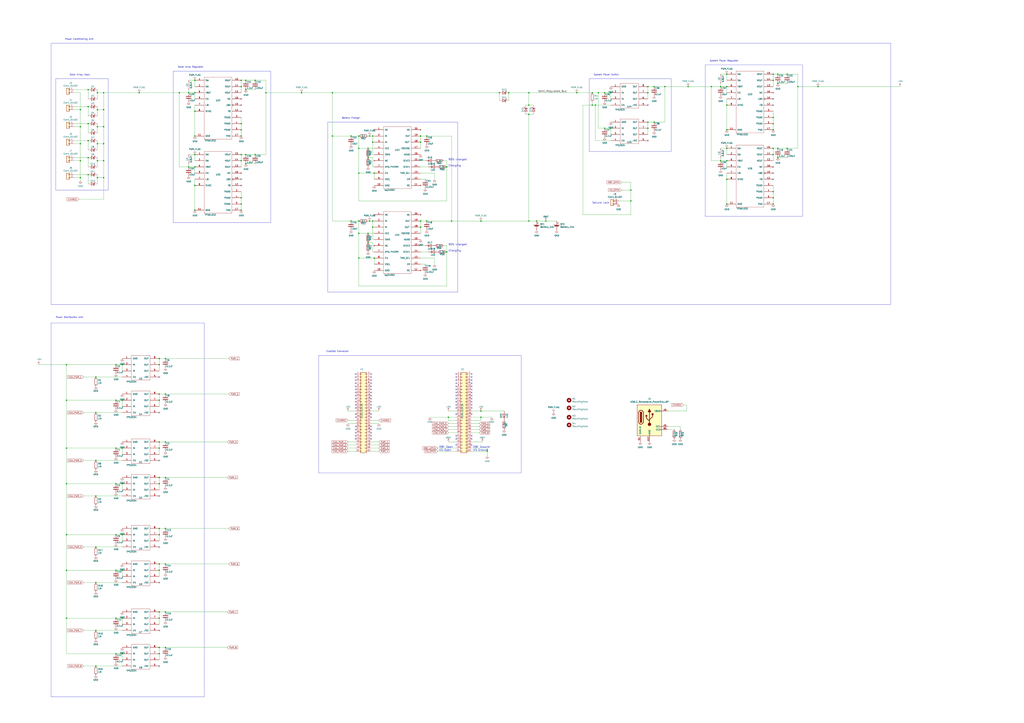
<source format=kicad_sch>
(kicad_sch (version 20231120) (generator "eeschema") (generator_version "8.0")
  (paper "A1")
  (title_block (title "Main") (date "2020-08-17") (rev "2") (company "LibreCube"))
  (junction (at 130.81 323.85))
  (junction (at 288.29 111.76))
  (junction (at 294.64 212.09))
  (junction (at 130.81 468.63))
  (junction (at 345.44 116.84))
  (junction (at 100.33 468.63))
  (junction (at 147.32 76.2))
  (junction (at 201.93 134.62))
  (junction (at 130.81 328.93))
  (junction (at 95.25 328.93))
  (junction (at 95.25 537.21))
  (junction (at 294.64 111.76))
  (junction (at 303.53 111.76))
  (junction (at 532.13 71.12))
  (junction (at 198.12 101.6))
  (junction (at 596.9 167.64))
  (junction (at 78.74 478.79))
  (junction (at 638.81 129.54))
  (junction (at 638.81 68.58))
  (junction (at 130.81 537.21))
  (junction (at 635 121.92))
  (junction (at 85.09 76.2))
  (junction (at 201.93 73.66))
  (junction (at 78.74 309.88))
  (junction (at 307.34 212.09))
  (junction (at 130.81 299.72))
  (junction (at 532.13 76.2))
  (junction (at 95.25 468.63))
  (junction (at 135.89 463.55))
  (junction (at 591.82 132.08))
  (junction (at 302.26 121.92))
  (junction (at 80.01 90.17))
  (junction (at 638.81 121.92))
  (junction (at 130.81 439.42))
  (junction (at 434.34 76.2))
  (junction (at 160.02 91.44))
  (junction (at 135.89 532.13))
  (junction (at 596.9 71.12))
  (junction (at 671.83 71.12))
  (junction (at 85.09 132.08))
  (junction (at 130.81 294.64))
  (junction (at 491.49 76.2))
  (junction (at 646.43 121.92))
  (junction (at 417.83 76.2))
  (junction (at 198.12 111.76))
  (junction (at 294.64 142.24))
  (junction (at 154.94 76.2))
  (junction (at 154.94 137.16))
  (junction (at 78.74 407.67))
  (junction (at 130.81 434.34))
  (junction (at 130.81 532.13))
  (junction (at 518.16 165.1))
  (junction (at 394.97 181.61))
  (junction (at 66.04 146.05))
  (junction (at 638.81 60.96))
  (junction (at 198.12 66.04))
  (junction (at 135.89 392.43))
  (junction (at 80.01 76.2))
  (junction (at 135.89 363.22))
  (junction (at 303.53 181.61))
  (junction (at 78.74 518.16))
  (junction (at 114.3 76.2))
  (junction (at 130.81 502.92))
  (junction (at 130.81 463.55))
  (junction (at 345.44 111.76))
  (junction (at 596.9 60.96))
  (junction (at 78.74 449.58))
  (junction (at 95.25 299.72))
  (junction (at 646.43 60.96))
  (junction (at 100.33 328.93))
  (junction (at 596.9 147.32))
  (junction (at 448.31 181.61))
  (junction (at 85.09 104.14))
  (junction (at 635 60.96))
  (junction (at 100.33 439.42))
  (junction (at 198.12 71.12))
  (junction (at 273.05 111.76))
  (junction (at 596.9 106.68))
  (junction (at 537.21 71.12))
  (junction (at 198.12 132.08))
  (junction (at 72.39 115.57))
  (junction (at 54.61 397.51))
  (junction (at 135.89 323.85))
  (junction (at 198.12 127))
  (junction (at 440.69 181.61))
  (junction (at 307.34 142.24))
  (junction (at 537.21 100.33))
  (junction (at 72.39 101.6))
  (junction (at 596.9 121.92))
  (junction (at 160.02 172.72))
  (junction (at 100.33 368.3))
  (junction (at 486.41 86.36))
  (junction (at 596.9 132.08))
  (junction (at 410.21 76.2))
  (junction (at 100.33 397.51))
  (junction (at 66.04 118.11))
  (junction (at 306.07 111.76))
  (junction (at 247.65 76.2))
  (junction (at 518.16 156.21))
  (junction (at 95.25 397.51))
  (junction (at 80.01 118.11))
  (junction (at 100.33 508))
  (junction (at 130.81 397.51))
  (junction (at 565.15 71.12))
  (junction (at 198.12 162.56))
  (junction (at 130.81 368.3))
  (junction (at 294.64 181.61))
  (junction (at 294.64 121.92))
  (junction (at 400.05 370.84))
  (junction (at 501.65 105.41))
  (junction (at 434.34 86.36))
  (junction (at 100.33 537.21))
  (junction (at 160.02 137.16))
  (junction (at 198.12 172.72))
  (junction (at 370.84 181.61))
  (junction (at 394.97 342.9))
  (junction (at 367.03 137.16))
  (junction (at 135.89 502.92))
  (junction (at 198.12 106.68))
  (junction (at 635 101.6))
  (junction (at 486.41 76.2))
  (junction (at 54.61 439.42))
  (junction (at 306.07 181.61))
  (junction (at 100.33 299.72))
  (junction (at 135.89 294.64))
  (junction (at 394.97 337.82))
  (junction (at 546.1 71.12))
  (junction (at 473.71 76.2))
  (junction (at 635 127))
  (junction (at 306.07 116.84))
  (junction (at 584.2 71.12))
  (junction (at 198.12 167.64))
  (junction (at 160.02 111.76))
  (junction (at 294.64 191.77))
  (junction (at 54.61 508))
  (junction (at 95.25 368.3))
  (junction (at 596.9 86.36))
  (junction (at 591.82 71.12))
  (junction (at 306.07 186.69))
  (junction (at 78.74 547.37))
  (junction (at 635 167.64))
  (junction (at 273.05 76.2))
  (junction (at 496.57 76.2))
  (junction (at 218.44 76.2))
  (junction (at 201.93 127))
  (junction (at 72.39 87.63))
  (junction (at 66.04 132.08))
  (junction (at 80.01 104.14))
  (junction (at 635 66.04))
  (junction (at 130.81 508))
  (junction (at 85.09 118.11))
  (junction (at 85.09 146.05))
  (junction (at 350.52 111.76))
  (junction (at 78.74 378.46))
  (junction (at 130.81 392.43))
  (junction (at 345.44 181.61))
  (junction (at 350.52 181.61))
  (junction (at 302.26 129.54))
  (junction (at 80.01 146.05))
  (junction (at 367.03 207.01))
  (junction (at 54.61 328.93))
  (junction (at 368.3 342.9))
  (junction (at 72.39 143.51))
  (junction (at 160.02 127))
  (junction (at 345.44 186.69))
  (junction (at 66.04 90.17))
  (junction (at 54.61 368.3))
  (junction (at 302.26 191.77))
  (junction (at 434.34 181.61))
  (junction (at 496.57 105.41))
  (junction (at 54.61 468.63))
  (junction (at 201.93 66.04))
  (junction (at 95.25 439.42))
  (junction (at 635 157.48))
  (junction (at 488.95 86.36))
  (junction (at 54.61 299.72))
  (junction (at 635 162.56))
  (junction (at 532.13 100.33))
  (junction (at 635 96.52))
  (junction (at 95.25 508))
  (junction (at 72.39 73.66))
  (junction (at 130.81 363.22))
  (junction (at 635 106.68))
  (junction (at 501.65 76.2))
  (junction (at 80.01 132.08))
  (junction (at 209.55 66.04))
  (junction (at 532.13 105.41))
  (junction (at 85.09 90.17))
  (junction (at 78.74 339.09))
  (junction (at 66.04 104.14))
  (junction (at 160.02 76.2))
  (junction (at 135.89 434.34))
  (junction (at 655.32 71.12))
  (junction (at 160.02 66.04))
  (junction (at 160.02 152.4))
  (junction (at 302.26 199.39))
  (junction (at 209.55 127))
  (junction (at 72.39 129.54))
  (junction (at 434.34 93.98))
  (junction (at 288.29 181.61))
  (no_connect (at 292.1 332.74))
  (no_connect (at 304.8 325.12))
  (no_connect (at 304.8 307.34))
  (no_connect (at 635 142.24))
  (no_connect (at 387.35 322.58))
  (no_connect (at 387.35 320.04))
  (no_connect (at 374.65 360.68))
  (no_connect (at 374.65 327.66))
  (no_connect (at 374.65 365.76))
  (no_connect (at 304.8 322.58))
  (no_connect (at 292.1 330.2))
  (no_connect (at 292.1 340.36))
  (no_connect (at 387.35 307.34))
  (no_connect (at 374.65 309.88))
  (no_connect (at 198.12 152.4))
  (no_connect (at 304.8 320.04))
  (no_connect (at 635 81.28))
  (no_connect (at 387.35 360.68))
  (no_connect (at 304.8 309.88))
  (no_connect (at 304.8 358.14))
  (no_connect (at 387.35 335.28))
  (no_connect (at 292.1 320.04))
  (no_connect (at 292.1 327.66))
  (no_connect (at 374.65 320.04))
  (no_connect (at 387.35 327.66))
  (no_connect (at 304.8 340.36))
  (no_connect (at 304.8 312.42))
  (no_connect (at 292.1 353.06))
  (no_connect (at 387.35 314.96))
  (no_connect (at 130.81 309.88))
  (no_connect (at 304.8 355.6))
  (no_connect (at 374.65 314.96))
  (no_connect (at 304.8 335.28))
  (no_connect (at 292.1 342.9))
  (no_connect (at 292.1 312.42))
  (no_connect (at 198.12 86.36))
  (no_connect (at 304.8 317.5))
  (no_connect (at 130.81 339.09))
  (no_connect (at 374.65 358.14))
  (no_connect (at 304.8 360.68))
  (no_connect (at 374.65 317.5))
  (no_connect (at 387.35 317.5))
  (no_connect (at 374.65 307.34))
  (no_connect (at 292.1 350.52))
  (no_connect (at 304.8 314.96))
  (no_connect (at 292.1 317.5))
  (no_connect (at 130.81 378.46))
  (no_connect (at 532.13 115.57))
  (no_connect (at 292.1 360.68))
  (no_connect (at 387.35 330.2))
  (no_connect (at 387.35 309.88))
  (no_connect (at 304.8 353.06))
  (no_connect (at 374.65 322.58))
  (no_connect (at 635 86.36))
  (no_connect (at 374.65 335.28))
  (no_connect (at 387.35 325.12))
  (no_connect (at 387.35 340.36))
  (no_connect (at 292.1 335.28))
  (no_connect (at 374.65 340.36))
  (no_connect (at 304.8 330.2))
  (no_connect (at 292.1 325.12))
  (no_connect (at 374.65 332.74))
  (no_connect (at 304.8 332.74))
  (no_connect (at 198.12 147.32))
  (no_connect (at 635 147.32))
  (no_connect (at 374.65 325.12))
  (no_connect (at 387.35 332.74))
  (no_connect (at 304.8 327.66))
  (no_connect (at 130.81 547.37))
  (no_connect (at 304.8 342.9))
  (no_connect (at 292.1 322.58))
  (no_connect (at 292.1 355.6))
  (no_connect (at 532.13 86.36))
  (no_connect (at 130.81 407.67))
  (no_connect (at 292.1 314.96))
  (no_connect (at 292.1 309.88))
  (no_connect (at 387.35 358.14))
  (no_connect (at 387.35 312.42))
  (no_connect (at 198.12 91.44))
  (no_connect (at 130.81 518.16))
  (no_connect (at 374.65 312.42))
  (no_connect (at 130.81 449.58))
  (no_connect (at 130.81 478.79))
  (no_connect (at 292.1 307.34))
  (no_connect (at 374.65 330.2))
  (no_connect (at 304.8 350.52))
  (no_connect (at 387.35 365.76))
  (no_connect (at 292.1 358.14))
  (wire (pts (xy 434.34 76.2) (xy 434.34 86.36)))
  (wire (pts (xy 655.32 60.96) (xy 655.32 71.12)))
  (polyline (pts (xy 41.91 35.56) (xy 731.52 35.56)))
  (wire (pts (xy 403.86 342.9) (xy 394.97 342.9)))
  (wire (pts (xy 596.9 142.24) (xy 596.9 147.32)))
  (wire (pts (xy 85.09 76.2) (xy 114.3 76.2)))
  (polyline (pts (xy 222.25 182.88) (xy 222.25 58.42)))
  (wire (pts (xy 135.89 532.13) (xy 186.69 532.13)))
  (wire (pts (xy 501.65 105.41) (xy 496.57 105.41)))
  (wire (pts (xy 198.12 127) (xy 198.12 132.08)))
  (wire (pts (xy 400.05 368.3) (xy 400.05 370.84)))
  (wire (pts (xy 501.65 76.2) (xy 501.65 81.28)))
  (wire (pts (xy 356.87 212.09) (xy 356.87 217.17)))
  (wire (pts (xy 596.9 76.2) (xy 596.9 71.12)))
  (wire (pts (xy 100.33 537.21) (xy 100.33 542.29)))
  (wire (pts (xy 130.81 368.3) (xy 130.81 373.38)))
  (wire (pts (xy 80.01 101.6) (xy 80.01 104.14)))
  (wire (pts (xy 100.33 547.37) (xy 78.74 547.37)))
  (wire (pts (xy 130.81 502.92) (xy 130.81 508)))
  (wire (pts (xy 54.61 468.63) (xy 95.25 468.63)))
  (wire (pts (xy 78.74 407.67) (xy 68.58 407.67)))
  (wire (pts (xy 160.02 91.44) (xy 160.02 111.76)))
  (wire (pts (xy 635 60.96) (xy 635 66.04)))
  (wire (pts (xy 345.44 201.93) (xy 349.25 201.93)))
  (wire (pts (xy 60.96 143.51) (xy 72.39 143.51)))
  (wire (pts (xy 60.96 132.08) (xy 66.04 132.08)))
  (wire (pts (xy 367.03 201.93) (xy 367.03 207.01)))
  (polyline (pts (xy 88.9 64.77) (xy 45.72 64.77)))
  (wire (pts (xy 387.35 368.3) (xy 400.05 368.3)))
  (wire (pts (xy 130.81 532.13) (xy 130.81 537.21)))
  (wire (pts (xy 359.41 368.3) (xy 374.65 368.3)))
  (polyline (pts (xy 45.72 64.77) (xy 45.72 156.21)))
  (wire (pts (xy 387.35 353.06) (xy 393.7 353.06)))
  (wire (pts (xy 80.01 115.57) (xy 80.01 118.11)))
  (wire (pts (xy 147.32 137.16) (xy 154.94 137.16)))
  (wire (pts (xy 302.26 191.77) (xy 307.34 191.77)))
  (wire (pts (xy 273.05 76.2) (xy 273.05 111.76)))
  (wire (pts (xy 655.32 71.12) (xy 655.32 121.92)))
  (wire (pts (xy 306.07 199.39) (xy 306.07 207.01)))
  (wire (pts (xy 294.64 191.77) (xy 302.26 191.77)))
  (polyline (pts (xy 551.18 124.46) (xy 551.18 64.77)))
  (wire (pts (xy 367.03 207.01) (xy 367.03 234.95)))
  (polyline (pts (xy 41.91 250.19) (xy 731.52 250.19)))
  (wire (pts (xy 306.07 137.16) (xy 307.34 137.16)))
  (wire (pts (xy 80.01 73.66) (xy 80.01 76.2)))
  (wire (pts (xy 294.64 191.77) (xy 294.64 181.61)))
  (wire (pts (xy 60.96 73.66) (xy 72.39 73.66)))
  (wire (pts (xy 387.35 350.52) (xy 393.7 350.52)))
  (wire (pts (xy 130.81 363.22) (xy 130.81 368.3)))
  (wire (pts (xy 368.3 353.06) (xy 374.65 353.06)))
  (wire (pts (xy 78.74 378.46) (xy 100.33 378.46)))
  (wire (pts (xy 367.03 201.93) (xy 364.49 201.93)))
  (wire (pts (xy 100.33 537.21) (xy 95.25 537.21)))
  (polyline (pts (xy 483.87 64.77) (xy 483.87 124.46)))
  (wire (pts (xy 66.04 104.14) (xy 66.04 118.11)))
  (wire (pts (xy 130.81 434.34) (xy 135.89 434.34)))
  (wire (pts (xy 400.05 370.84) (xy 400.05 374.65)))
  (wire (pts (xy 646.43 129.54) (xy 638.81 129.54)))
  (wire (pts (xy 304.8 370.84) (xy 311.15 370.84)))
  (wire (pts (xy 434.34 93.98) (xy 434.34 181.61)))
  (wire (pts (xy 655.32 71.12) (xy 671.83 71.12)))
  (wire (pts (xy 635 101.6) (xy 635 106.68)))
  (wire (pts (xy 350.52 111.76) (xy 370.84 111.76)))
  (wire (pts (xy 510.54 156.21) (xy 518.16 156.21)))
  (wire (pts (xy 306.07 111.76) (xy 307.34 111.76)))
  (wire (pts (xy 198.12 167.64) (xy 198.12 172.72)))
  (polyline (pts (xy 659.13 177.8) (xy 659.13 53.34)))
  (wire (pts (xy 486.41 83.82) (xy 486.41 86.36)))
  (wire (pts (xy 635 157.48) (xy 635 162.56)))
  (polyline (pts (xy 142.24 182.88) (xy 222.25 182.88)))
  (wire (pts (xy 80.01 104.14) (xy 80.01 109.22)))
  (polyline (pts (xy 269.24 100.33) (xy 375.92 100.33)))
  (wire (pts (xy 66.04 132.08) (xy 66.04 146.05)))
  (wire (pts (xy 201.93 127) (xy 198.12 127)))
  (wire (pts (xy 306.07 181.61) (xy 307.34 181.61)))
  (wire (pts (xy 438.15 86.36) (xy 434.34 86.36)))
  (wire (pts (xy 478.79 176.53) (xy 478.79 86.36)))
  (wire (pts (xy 306.07 207.01) (xy 307.34 207.01)))
  (wire (pts (xy 135.89 434.34) (xy 187.96 434.34)))
  (wire (pts (xy 130.81 434.34) (xy 130.81 439.42)))
  (wire (pts (xy 596.9 86.36) (xy 596.9 106.68)))
  (wire (pts (xy 72.39 115.57) (xy 60.96 115.57)))
  (wire (pts (xy 306.07 127) (xy 307.34 127)))
  (wire (pts (xy 307.34 217.17) (xy 307.34 212.09)))
  (polyline (pts (xy 269.24 240.03) (xy 375.92 240.03)))
  (wire (pts (xy 501.65 76.2) (xy 496.57 76.2)))
  (wire (pts (xy 80.01 104.14) (xy 85.09 104.14)))
  (wire (pts (xy 345.44 217.17) (xy 349.25 217.17)))
  (wire (pts (xy 306.07 181.61) (xy 306.07 186.69)))
  (wire (pts (xy 368.3 363.22) (xy 374.65 363.22)))
  (wire (pts (xy 584.2 132.08) (xy 584.2 71.12)))
  (wire (pts (xy 160.02 142.24) (xy 160.02 137.16)))
  (wire (pts (xy 130.81 392.43) (xy 135.89 392.43)))
  (wire (pts (xy 154.94 137.16) (xy 160.02 137.16)))
  (wire (pts (xy 518.16 176.53) (xy 478.79 176.53)))
  (wire (pts (xy 100.33 299.72) (xy 95.25 299.72)))
  (wire (pts (xy 147.32 76.2) (xy 154.94 76.2)))
  (wire (pts (xy 294.64 191.77) (xy 294.64 212.09)))
  (wire (pts (xy 457.2 181.61) (xy 448.31 181.61)))
  (wire (pts (xy 80.01 132.08) (xy 85.09 132.08)))
  (wire (pts (xy 100.33 468.63) (xy 100.33 473.71)))
  (wire (pts (xy 135.89 363.22) (xy 186.69 363.22)))
  (polyline (pts (xy 222.25 58.42) (xy 142.24 58.42)))
  (wire (pts (xy 68.58 478.79) (xy 78.74 478.79)))
  (wire (pts (xy 130.81 468.63) (xy 130.81 473.71)))
  (wire (pts (xy 635 152.4) (xy 635 157.48)))
  (wire (pts (xy 160.02 66.04) (xy 160.02 71.12)))
  (wire (pts (xy 66.04 76.2) (xy 66.04 90.17)))
  (wire (pts (xy 345.44 181.61) (xy 350.52 181.61)))
  (wire (pts (xy 80.01 90.17) (xy 80.01 95.25)))
  (wire (pts (xy 370.84 181.61) (xy 394.97 181.61)))
  (wire (pts (xy 394.97 181.61) (xy 434.34 181.61)))
  (wire (pts (xy 72.39 87.63) (xy 60.96 87.63)))
  (wire (pts (xy 417.83 76.2) (xy 434.34 76.2)))
  (wire (pts (xy 54.61 328.93) (xy 54.61 299.72)))
  (wire (pts (xy 60.96 90.17) (xy 66.04 90.17)))
  (wire (pts (xy 345.44 212.09) (xy 356.87 212.09)))
  (wire (pts (xy 54.61 397.51) (xy 95.25 397.51)))
  (wire (pts (xy 100.33 299.72) (xy 100.33 304.8)))
  (wire (pts (xy 218.44 66.04) (xy 218.44 76.2)))
  (wire (pts (xy 130.81 323.85) (xy 130.81 328.93)))
  (wire (pts (xy 394.97 342.9) (xy 387.35 342.9)))
  (wire (pts (xy 54.61 299.72) (xy 95.25 299.72)))
  (wire (pts (xy 302.26 199.39) (xy 306.07 199.39)))
  (wire (pts (xy 473.71 76.2) (xy 486.41 76.2)))
  (wire (pts (xy 591.82 132.08) (xy 596.9 132.08)))
  (wire (pts (xy 486.41 86.36) (xy 488.95 86.36)))
  (wire (pts (xy 247.65 76.2) (xy 273.05 76.2)))
  (wire (pts (xy 80.01 143.51) (xy 80.01 146.05)))
  (wire (pts (xy 294.64 111.76) (xy 288.29 111.76)))
  (wire (pts (xy 130.81 439.42) (xy 130.81 444.5)))
  (wire (pts (xy 501.65 105.41) (xy 501.65 110.49)))
  (wire (pts (xy 78.74 547.37) (xy 68.58 547.37)))
  (wire (pts (xy 60.96 146.05) (xy 66.04 146.05)))
  (wire (pts (xy 78.74 518.16) (xy 100.33 518.16)))
  (wire (pts (xy 54.61 368.3) (xy 95.25 368.3)))
  (wire (pts (xy 54.61 397.51) (xy 54.61 439.42)))
  (wire (pts (xy 518.16 165.1) (xy 518.16 176.53)))
  (wire (pts (xy 302.26 121.92) (xy 307.34 121.92)))
  (wire (pts (xy 591.82 68.58) (xy 591.82 71.12)))
  (wire (pts (xy 304.8 365.76) (xy 311.15 365.76)))
  (wire (pts (xy 72.39 143.51) (xy 72.39 151.13)))
  (wire (pts (xy 294.64 234.95) (xy 367.03 234.95)))
  (wire (pts (xy 306.07 186.69) (xy 306.07 196.85)))
  (wire (pts (xy 147.32 137.16) (xy 147.32 76.2)))
  (wire (pts (xy 198.12 106.68) (xy 198.12 111.76)))
  (wire (pts (xy 294.64 121.92) (xy 302.26 121.92)))
  (wire (pts (xy 368.3 345.44) (xy 374.65 345.44)))
  (wire (pts (xy 345.44 132.08) (xy 349.25 132.08)))
  (wire (pts (xy 154.94 73.66) (xy 154.94 76.2)))
  (wire (pts (xy 510.54 149.86) (xy 518.16 149.86)))
  (wire (pts (xy 294.64 181.61) (xy 288.29 181.61)))
  (wire (pts (xy 78.74 309.88) (xy 100.33 309.88)))
  (polyline (pts (xy 579.12 177.8) (xy 659.13 177.8)))
  (wire (pts (xy 285.75 363.22) (xy 292.1 363.22)))
  (wire (pts (xy 135.89 323.85) (xy 187.96 323.85)))
  (wire (pts (xy 345.44 207.01) (xy 351.79 207.01)))
  (wire (pts (xy 356.87 142.24) (xy 356.87 147.32)))
  (wire (pts (xy 638.81 60.96) (xy 635 60.96)))
  (wire (pts (xy 54.61 368.3) (xy 54.61 397.51)))
  (wire (pts (xy 431.8 93.98) (xy 434.34 93.98)))
  (polyline (pts (xy 269.24 100.33) (xy 269.24 240.03)))
  (wire (pts (xy 285.75 347.98) (xy 292.1 347.98)))
  (wire (pts (xy 501.65 115.57) (xy 488.95 115.57)))
  (wire (pts (xy 285.75 368.3) (xy 292.1 368.3)))
  (wire (pts (xy 100.33 368.3) (xy 100.33 373.38)))
  (wire (pts (xy 448.31 181.61) (xy 440.69 181.61)))
  (wire (pts (xy 198.12 66.04) (xy 198.12 71.12)))
  (wire (pts (xy 368.3 342.9) (xy 368.3 345.44)))
  (wire (pts (xy 218.44 76.2) (xy 218.44 127)))
  (wire (pts (xy 304.8 368.3) (xy 311.15 368.3)))
  (wire (pts (xy 532.13 76.2) (xy 532.13 81.28)))
  (wire (pts (xy 285.75 345.44) (xy 292.1 345.44)))
  (wire (pts (xy 54.61 508) (xy 54.61 537.21)))
  (wire (pts (xy 273.05 111.76) (xy 288.29 111.76)))
  (wire (pts (xy 491.49 105.41) (xy 496.57 105.41)))
  (wire (pts (xy 501.65 86.36) (xy 488.95 86.36)))
  (wire (pts (xy 130.81 508) (xy 130.81 513.08)))
  (wire (pts (xy 130.81 328.93) (xy 130.81 334.01)))
  (polyline (pts (xy 41.91 35.56) (xy 41.91 250.19)))
  (wire (pts (xy 72.39 129.54) (xy 72.39 137.16)))
  (polyline (pts (xy 551.18 64.77) (xy 483.87 64.77)))
  (polyline (pts (xy 41.91 572.77) (xy 167.64 572.77)))
  (wire (pts (xy 198.12 101.6) (xy 198.12 106.68)))
  (wire (pts (xy 532.13 100.33) (xy 532.13 105.41)))
  (wire (pts (xy 387.35 370.84) (xy 400.05 370.84)))
  (wire (pts (xy 374.65 342.9) (xy 368.3 342.9)))
  (wire (pts (xy 434.34 93.98) (xy 438.15 93.98)))
  (wire (pts (xy 130.81 392.43) (xy 130.81 397.51)))
  (wire (pts (xy 72.39 101.6) (xy 60.96 101.6)))
  (wire (pts (xy 596.9 147.32) (xy 596.9 167.64)))
  (polyline (pts (xy 41.91 265.43) (xy 41.91 572.77)))
  (wire (pts (xy 68.58 378.46) (xy 78.74 378.46)))
  (wire (pts (xy 304.8 337.82) (xy 311.15 337.82)))
  (wire (pts (xy 209.55 127) (xy 201.93 127)))
  (wire (pts (xy 66.04 146.05) (xy 66.04 148.59)))
  (wire (pts (xy 368.3 337.82) (xy 374.65 337.82)))
  (wire (pts (xy 100.33 508) (xy 95.25 508)))
  (wire (pts (xy 80.01 146.05) (xy 80.01 151.13)))
  (wire (pts (xy 584.2 132.08) (xy 591.82 132.08)))
  (wire (pts (xy 135.89 294.64) (xy 187.96 294.64)))
  (wire (pts (xy 100.33 328.93) (xy 100.33 334.01)))
  (polyline (pts (xy 483.87 124.46) (xy 551.18 124.46)))
  (wire (pts (xy 518.16 156.21) (xy 518.16 165.1)))
  (wire (pts (xy 130.81 397.51) (xy 130.81 402.59)))
  (wire (pts (xy 532.13 105.41) (xy 532.13 110.49)))
  (wire (pts (xy 345.44 147.32) (xy 349.25 147.32)))
  (wire (pts (xy 72.39 73.66) (xy 72.39 81.28)))
  (wire (pts (xy 304.8 347.98) (xy 311.15 347.98)))
  (wire (pts (xy 54.61 537.21) (xy 95.25 537.21)))
  (wire (pts (xy 154.94 127) (xy 160.02 127)))
  (wire (pts (xy 591.82 121.92) (xy 596.9 121.92)))
  (wire (pts (xy 198.12 157.48) (xy 198.12 162.56)))
  (polyline (pts (xy 427.99 292.1) (xy 261.62 292.1)))
  (wire (pts (xy 304.8 345.44) (xy 311.15 345.44)))
  (wire (pts (xy 130.81 463.55) (xy 130.81 468.63)))
  (wire (pts (xy 294.64 165.1) (xy 367.03 165.1)))
  (wire (pts (xy 80.01 76.2) (xy 80.01 81.28)))
  (wire (pts (xy 546.1 71.12) (xy 565.15 71.12)))
  (wire (pts (xy 306.07 116.84) (xy 306.07 127)))
  (wire (pts (xy 563.88 337.82) (xy 563.88 332.74)))
  (polyline (pts (xy 261.62 292.1) (xy 261.62 388.62)))
  (wire (pts (xy 303.53 111.76) (xy 306.07 111.76)))
  (wire (pts (xy 130.81 363.22) (xy 135.89 363.22)))
  (polyline (pts (xy 45.72 156.21) (xy 88.9 156.21)))
  (wire (pts (xy 130.81 502.92) (xy 135.89 502.92)))
  (wire (pts (xy 130.81 323.85) (xy 135.89 323.85)))
  (wire (pts (xy 100.33 508) (xy 100.33 513.08)))
  (wire (pts (xy 80.01 132.08) (xy 80.01 137.16)))
  (wire (pts (xy 548.64 350.52) (xy 558.8 350.52)))
  (wire (pts (xy 60.96 104.14) (xy 66.04 104.14)))
  (wire (pts (xy 368.3 355.6) (xy 374.65 355.6)))
  (wire (pts (xy 563.88 332.74) (xy 561.34 332.74)))
  (wire (pts (xy 100.33 397.51) (xy 100.33 402.59)))
  (wire (pts (xy 387.35 345.44) (xy 394.97 345.44)))
  (wire (pts (xy 160.02 127) (xy 160.02 132.08)))
  (wire (pts (xy 60.96 118.11) (xy 66.04 118.11)))
  (wire (pts (xy 434.34 86.36) (xy 431.8 86.36)))
  (wire (pts (xy 548.64 337.82) (xy 563.88 337.82)))
  (polyline (pts (xy 427.99 388.62) (xy 427.99 292.1)))
  (wire (pts (xy 198.12 162.56) (xy 198.12 167.64)))
  (polyline (pts (xy 579.12 53.34) (xy 579.12 177.8)))
  (wire (pts (xy 596.9 137.16) (xy 596.9 132.08)))
  (wire (pts (xy 367.03 137.16) (xy 367.03 165.1)))
  (wire (pts (xy 130.81 299.72) (xy 130.81 304.8)))
  (wire (pts (xy 546.1 100.33) (xy 546.1 71.12)))
  (wire (pts (xy 394.97 345.44) (xy 394.97 342.9)))
  (wire (pts (xy 306.07 116.84) (xy 307.34 116.84)))
  (wire (pts (xy 591.82 60.96) (xy 596.9 60.96)))
  (wire (pts (xy 54.61 368.3) (xy 54.61 328.93)))
  (wire (pts (xy 345.44 116.84) (xy 345.44 111.76)))
  (wire (pts (xy 78.74 449.58) (xy 100.33 449.58)))
  (wire (pts (xy 635 162.56) (xy 635 167.64)))
  (wire (pts (xy 135.89 502.92) (xy 186.69 502.92)))
  (wire (pts (xy 85.09 104.14) (xy 85.09 118.11)))
  (wire (pts (xy 154.94 76.2) (xy 160.02 76.2)))
  (wire (pts (xy 66.04 118.11) (xy 66.04 132.08)))
  (wire (pts (xy 548.64 353.06) (xy 553.72 353.06)))
  (wire (pts (xy 100.33 328.93) (xy 95.25 328.93)))
  (wire (pts (xy 100.33 468.63) (xy 95.25 468.63)))
  (wire (pts (xy 635 66.04) (xy 635 71.12)))
  (wire (pts (xy 198.12 96.52) (xy 198.12 101.6)))
  (wire (pts (xy 646.43 121.92) (xy 638.81 121.92)))
  (wire (pts (xy 85.09 90.17) (xy 85.09 104.14)))
  (wire (pts (xy 646.43 60.96) (xy 638.81 60.96)))
  (wire (pts (xy 635 96.52) (xy 635 101.6)))
  (wire (pts (xy 304.8 363.22) (xy 311.15 363.22)))
  (wire (pts (xy 54.61 439.42) (xy 95.25 439.42)))
  (wire (pts (xy 130.81 463.55) (xy 135.89 463.55)))
  (wire (pts (xy 130.81 537.21) (xy 130.81 542.29)))
  (wire (pts (xy 417.83 82.55) (xy 417.83 76.2)))
  (wire (pts (xy 532.13 71.12) (xy 537.21 71.12)))
  (polyline (pts (xy 261.62 388.62) (xy 427.99 388.62)))
  (polyline (pts (xy 731.52 250.19) (xy 731.52 35.56)))
  (wire (pts (xy 85.09 132.08) (xy 85.09 146.05)))
  (wire (pts (xy 353.06 342.9) (xy 368.3 342.9)))
  (wire (pts (xy 488.95 115.57) (xy 488.95 86.36)))
  (wire (pts (xy 345.44 137.16) (xy 351.79 137.16)))
  (wire (pts (xy 491.49 76.2) (xy 496.57 76.2)))
  (wire (pts (xy 273.05 76.2) (xy 410.21 76.2)))
  (wire (pts (xy 294.64 212.09) (xy 307.34 212.09)))
  (wire (pts (xy 394.97 337.82) (xy 414.02 337.82)))
  (wire (pts (xy 518.16 149.86) (xy 518.16 156.21)))
  (wire (pts (xy 100.33 397.51) (xy 95.25 397.51)))
  (wire (pts (xy 68.58 518.16) (xy 78.74 518.16)))
  (wire (pts (xy 350.52 181.61) (xy 370.84 181.61)))
  (polyline (pts (xy 375.92 240.03) (xy 375.92 100.33)))
  (wire (pts (xy 294.64 212.09) (xy 294.64 234.95)))
  (wire (pts (xy 537.21 100.33) (xy 546.1 100.33)))
  (wire (pts (xy 273.05 111.76) (xy 273.05 181.61)))
  (wire (pts (xy 410.21 82.55) (xy 410.21 76.2)))
  (wire (pts (xy 160.02 86.36) (xy 160.02 91.44)))
  (wire (pts (xy 68.58 339.09) (xy 78.74 339.09)))
  (wire (pts (xy 72.39 115.57) (xy 72.39 123.19)))
  (wire (pts (xy 160.02 152.4) (xy 160.02 172.72)))
  (wire (pts (xy 85.09 118.11) (xy 85.09 132.08)))
  (wire (pts (xy 306.07 186.69) (xy 307.34 186.69)))
  (wire (pts (xy 518.16 165.1) (xy 508 165.1)))
  (wire (pts (xy 532.13 100.33) (xy 537.21 100.33)))
  (wire (pts (xy 218.44 66.04) (xy 209.55 66.04)))
  (wire (pts (xy 591.82 71.12) (xy 596.9 71.12)))
  (wire (pts (xy 345.44 191.77) (xy 345.44 186.69)))
  (wire (pts (xy 646.43 121.92) (xy 655.32 121.92)))
  (wire (pts (xy 591.82 129.54) (xy 591.82 132.08)))
  (wire (pts (xy 78.74 478.79) (xy 100.33 478.79)))
  (wire (pts (xy 54.61 508) (xy 95.25 508)))
  (wire (pts (xy 54.61 299.72) (xy 31.75 299.72)))
  (wire (pts (xy 130.81 294.64) (xy 130.81 299.72)))
  (wire (pts (xy 307.34 147.32) (xy 307.34 142.24)))
  (wire (pts (xy 345.44 111.76) (xy 350.52 111.76)))
  (wire (pts (xy 387.35 355.6) (xy 393.7 355.6)))
  (wire (pts (xy 80.01 118.11) (xy 80.01 123.19)))
  (wire (pts (xy 285.75 365.76) (xy 292.1 365.76)))
  (wire (pts (xy 80.01 76.2) (xy 85.09 76.2)))
  (wire (pts (xy 387.35 347.98) (xy 393.7 347.98)))
  (wire (pts (xy 100.33 407.67) (xy 78.74 407.67)))
  (wire (pts (xy 209.55 66.04) (xy 201.93 66.04)))
  (polyline (pts (xy 88.9 64.77) (xy 88.9 156.21)))
  (wire (pts (xy 114.3 76.2) (xy 147.32 76.2)))
  (wire (pts (xy 635 127) (xy 635 132.08)))
  (wire (pts (xy 306.07 111.76) (xy 306.07 116.84)))
  (wire (pts (xy 100.33 439.42) (xy 95.25 439.42)))
  (wire (pts (xy 72.39 129.54) (xy 60.96 129.54)))
  (polyline (pts (xy 659.13 53.34) (xy 579.12 53.34)))
  (wire (pts (xy 100.33 439.42) (xy 100.33 444.5)))
  (wire (pts (xy 54.61 508) (xy 54.61 468.63)))
  (wire (pts (xy 486.41 76.2) (xy 491.49 76.2)))
  (wire (pts (xy 596.9 60.96) (xy 596.9 66.04)))
  (wire (pts (xy 302.26 111.76) (xy 303.53 111.76)))
  (wire (pts (xy 532.13 71.12) (xy 532.13 76.2)))
  (wire (pts (xy 294.64 142.24) (xy 294.64 165.1)))
  (wire (pts (xy 154.94 66.04) (xy 160.02 66.04)))
  (wire (pts (xy 345.44 142.24) (xy 356.87 142.24)))
  (wire (pts (xy 558.8 350.52) (xy 558.8 353.06)))
  (wire (pts (xy 646.43 68.58) (xy 638.81 68.58)))
  (wire (pts (xy 209.55 73.66) (xy 201.93 73.66)))
  (wire (pts (xy 345.44 186.69) (xy 345.44 181.61)))
  (wire (pts (xy 135.89 392.43) (xy 186.69 392.43)))
  (wire (pts (xy 306.07 196.85) (xy 307.34 196.85)))
  (wire (pts (xy 302.26 181.61) (xy 303.53 181.61)))
  (wire (pts (xy 100.33 368.3) (xy 95.25 368.3)))
  (wire (pts (xy 302.26 129.54) (xy 306.07 129.54)))
  (wire (pts (xy 54.61 328.93) (xy 95.25 328.93)))
  (wire (pts (xy 285.75 337.82) (xy 292.1 337.82)))
  (wire (pts (xy 80.01 87.63) (xy 80.01 90.17)))
  (wire (pts (xy 68.58 309.88) (xy 78.74 309.88)))
  (wire (pts (xy 367.03 132.08) (xy 364.49 132.08)))
  (wire (pts (xy 368.3 347.98) (xy 374.65 347.98)))
  (wire (pts (xy 54.61 468.63) (xy 54.61 439.42)))
  (wire (pts (xy 306.07 129.54) (xy 306.07 137.16)))
  (wire (pts (xy 303.53 181.61) (xy 306.07 181.61)))
  (wire (pts (xy 370.84 111.76) (xy 370.84 181.61)))
  (wire (pts (xy 218.44 76.2) (xy 247.65 76.2)))
  (wire (pts (xy 160.02 147.32) (xy 160.02 152.4)))
  (wire (pts (xy 160.02 81.28) (xy 160.02 76.2)))
  (wire (pts (xy 130.81 294.64) (xy 135.89 294.64)))
  (wire (pts (xy 596.9 81.28) (xy 596.9 86.36)))
  (wire (pts (xy 130.81 532.13) (xy 135.89 532.13)))
  (wire (pts (xy 491.49 105.41) (xy 491.49 76.2)))
  (wire (pts (xy 80.01 118.11) (xy 85.09 118.11)))
  (wire (pts (xy 359.41 370.84) (xy 374.65 370.84)))
  (wire (pts (xy 294.64 121.92) (xy 294.64 111.76)))
  (wire (pts (xy 72.39 101.6) (xy 72.39 109.22)))
  (wire (pts (xy 440.69 181.61) (xy 434.34 181.61)))
  (wire (pts (xy 565.15 71.12) (xy 584.2 71.12)))
  (wire (pts (xy 209.55 127) (xy 218.44 127)))
  (wire (pts (xy 387.35 337.82) (xy 394.97 337.82)))
  (wire (pts (xy 64.77 163.83) (xy 85.09 163.83)))
  (wire (pts (xy 584.2 71.12) (xy 591.82 71.12)))
  (wire (pts (xy 368.3 350.52) (xy 374.65 350.52)))
  (wire (pts (xy 154.94 134.62) (xy 154.94 137.16)))
  (wire (pts (xy 66.04 90.17) (xy 66.04 104.14)))
  (polyline (pts (xy 167.64 265.43) (xy 167.64 572.77)))
  (wire (pts (xy 638.81 121.92) (xy 635 121.92)))
  (wire (pts (xy 655.32 60.96) (xy 646.43 60.96)))
  (wire (pts (xy 209.55 134.62) (xy 201.93 134.62)))
  (wire (pts (xy 294.64 142.24) (xy 307.34 142.24)))
  (wire (pts (xy 671.83 71.12) (xy 739.14 71.12)))
  (wire (pts (xy 635 121.92) (xy 635 127)))
  (wire (pts (xy 201.93 66.04) (xy 198.12 66.04)))
  (polyline (pts (xy 142.24 58.42) (xy 142.24 182.88)))
  (wire (pts (xy 285.75 370.84) (xy 292.1 370.84)))
  (wire (pts (xy 478.79 86.36) (xy 486.41 86.36)))
  (wire (pts (xy 85.09 146.05) (xy 80.01 146.05)))
  (wire (pts (xy 85.09 146.05) (xy 85.09 163.83)))
  (wire (pts (xy 80.01 90.17) (xy 85.09 90.17)))
  (wire (pts (xy 198.12 71.12) (xy 198.12 76.2)))
  (wire (pts (xy 135.89 463.55) (xy 187.96 463.55)))
  (wire (pts (xy 72.39 87.63) (xy 72.39 95.25)))
  (wire (pts (xy 434.34 76.2) (xy 473.71 76.2)))
  (wire (pts (xy 537.21 71.12) (xy 546.1 71.12)))
  (wire (pts (xy 387.35 363.22) (xy 396.24 363.22)))
  (polyline (pts (xy 41.91 265.43) (xy 167.64 265.43)))
  (wire (pts (xy 367.03 132.08) (xy 367.03 137.16)))
  (wire (pts (xy 60.96 76.2) (xy 66.04 76.2)))
  (wire (pts (xy 635 91.44) (xy 635 96.52)))
  (wire (pts (xy 345.44 121.92) (xy 345.44 116.84)))
  (wire (pts (xy 273.05 181.61) (xy 288.29 181.61)))
  (wire (pts (xy 596.9 121.92) (xy 596.9 127)))
  (wire (pts (xy 85.09 76.2) (xy 85.09 90.17)))
  (wire (pts (xy 68.58 449.58) (xy 78.74 449.58)))
  (wire (pts (xy 198.12 132.08) (xy 198.12 137.16)))
  (wire (pts (xy 78.74 339.09) (xy 100.33 339.09)))
  (wire (pts (xy 294.64 121.92) (xy 294.64 142.24)))
  (wire (pts (xy 80.01 129.54) (xy 80.01 132.08)))
  (text "Solar Array Input" (at 57.15 62.23 0) (effects (font (size 1.27 1.27)) (justify left bottom)))
  (text "90% charged" (at 368.3 132.08 0) (effects (font (size 1.524 1.524)) (justify left bottom)))
  (text "RBF Ground" (at 388.62 368.3 0) (effects (font (size 1.524 1.524)) (justify left bottom)))
  (text "KS Open" (at 360.68 370.84 0) (effects (font (size 1.524 1.524)) (justify left bottom)))
  (text "RBF Open" (at 360.68 368.3 0) (effects (font (size 1.524 1.524)) (justify left bottom)))
  (text "CubeSat Connector" (at 267.97 289.56 0) (effects (font (size 1.27 1.27)) (justify left bottom)))
  (text "KS Ground" (at 388.62 370.84 0) (effects (font (size 1.524 1.524)) (justify left bottom)))
  (text "Solar Array Regulator" (at 146.05 55.88 0) (effects (font (size 1.27 1.27)) (justify left bottom)))
  (text "Charging" (at 368.3 137.16 0) (effects (font (size 1.524 1.524)) (justify left bottom)))
  (text "System Power Switch" (at 487.68 62.23 0) (effects (font (size 1.27 1.27)) (justify left bottom)))
  (text "Power Distribution Unit" (at 45.72 261.62 0) (effects (font (size 1.27 1.27)) (justify left bottom)))
  (text "Power Conditioning Unit" (at 53.34 33.02 0) (effects (font (size 1.27 1.27)) (justify left bottom)))
  (text "90% charged" (at 368.3 201.93 0) (effects (font (size 1.524 1.524)) (justify left bottom)))
  (text "System Power Regulator" (at 582.93 50.8 0) (effects (font (size 1.27 1.27)) (justify left bottom)))
  (text "Secure Lock" (at 486.41 167.64 0) (effects (font (size 1.524 1.524)) (justify left bottom)))
  (text "Battery Charger" (at 280.67 97.79 0) (effects (font (size 1.27 1.27)) (justify left bottom)))
  (text "Charging" (at 368.3 207.01 0) (effects (font (size 1.524 1.524)) (justify left bottom)))
  (label "Semi_Regulated_Bus" (at 441.96 76.2 0) (effects (font (size 1.524 1.524))))
  (global_label "KS_OPEN" (shape input) (at 510.54 156.21 180) (property "Intersheetrefs" "${INTERSHEET_REFS}" (effects (hide yes))))
  (global_label "ENA_PWR_3" (shape input) (at 285.75 368.3 180) (property "Intersheetrefs" "${INTERSHEET_REFS}" (effects (hide yes))))
  (global_label "PWR_5" (shape input) (at 187.96 434.34 0) (property "Intersheetrefs" "${INTERSHEET_REFS}" (effects (hide yes))))
  (global_label "ENA_PWR_8" (shape input) (at 68.58 547.37 180) (property "Intersheetrefs" "${INTERSHEET_REFS}" (effects (hide yes))))
  (global_label "ENA_PWR_8" (shape input) (at 368.3 355.6 180) (property "Intersheetrefs" "${INTERSHEET_REFS}" (effects (hide yes))))
  (global_label "PWR_7" (shape input) (at 393.7 353.06 0) (property "Intersheetrefs" "${INTERSHEET_REFS}" (effects (hide yes))))
  (global_label "ENA_PWR_1" (shape input) (at 68.58 309.88 180) (property "Intersheetrefs" "${INTERSHEET_REFS}" (effects (hide yes))))
  (global_label "PWR_1" (shape input) (at 311.15 363.22 0) (property "Intersheetrefs" "${INTERSHEET_REFS}" (effects (hide yes))))
  (global_label "RBF_OPEN" (shape input) (at 510.54 149.86 180) (property "Intersheetrefs" "${INTERSHEET_REFS}" (effects (hide yes))))
  (global_label "ENA_PWR_7" (shape input) (at 368.3 353.06 180) (property "Intersheetrefs" "${INTERSHEET_REFS}" (effects (hide yes))))
  (global_label "PWR_6" (shape input) (at 393.7 350.52 0) (property "Intersheetrefs" "${INTERSHEET_REFS}" (effects (hide yes))))
  (global_label "RBF_OPEN" (shape input) (at 359.41 368.3 180) (property "Intersheetrefs" "${INTERSHEET_REFS}" (effects (hide yes))))
  (global_label "ENA_PWR_1" (shape input) (at 285.75 363.22 180) (property "Intersheetrefs" "${INTERSHEET_REFS}" (effects (hide yes))))
  (global_label "ENA_PWR_6" (shape input) (at 68.58 478.79 180) (property "Intersheetrefs" "${INTERSHEET_REFS}" (effects (hide yes))))
  (global_label "ENA_PWR_5" (shape input) (at 368.3 347.98 180) (property "Intersheetrefs" "${INTERSHEET_REFS}" (effects (hide yes))))
  (global_label "CHARGE" (shape input) (at 561.34 332.74 180) (property "Intersheetrefs" "${INTERSHEET_REFS}" (effects (hide yes))))
  (global_label "CHARGE" (shape input) (at 311.15 345.44 0) (property "Intersheetrefs" "${INTERSHEET_REFS}" (effects (hide yes))))
  (global_label "CHARGE" (shape input) (at 285.75 345.44 180) (property "Intersheetrefs" "${INTERSHEET_REFS}" (effects (hide yes))))
  (global_label "ENA_PWR_2" (shape input) (at 285.75 365.76 180) (property "Intersheetrefs" "${INTERSHEET_REFS}" (effects (hide yes))))
  (global_label "ENA_PWR_5" (shape input) (at 68.58 449.58 180) (property "Intersheetrefs" "${INTERSHEET_REFS}" (effects (hide yes))))
  (global_label "ENA_PWR_4" (shape input) (at 285.75 370.84 180) (property "Intersheetrefs" "${INTERSHEET_REFS}" (effects (hide yes))))
  (global_label "PWR_3" (shape input) (at 186.69 363.22 0) (property "Intersheetrefs" "${INTERSHEET_REFS}" (effects (hide yes))))
  (global_label "PWR_7" (shape input) (at 186.69 502.92 0) (property "Intersheetrefs" "${INTERSHEET_REFS}" (effects (hide yes))))
  (global_label "PWR_6" (shape input) (at 187.96 463.55 0) (property "Intersheetrefs" "${INTERSHEET_REFS}" (effects (hide yes))))
  (global_label "ENA_PWR_3" (shape input) (at 68.58 378.46 180) (property "Intersheetrefs" "${INTERSHEET_REFS}" (effects (hide yes))))
  (global_label "ENA_PWR_7" (shape input) (at 68.58 518.16 180) (property "Intersheetrefs" "${INTERSHEET_REFS}" (effects (hide yes))))
  (global_label "PWR_2" (shape input) (at 187.96 323.85 0) (property "Intersheetrefs" "${INTERSHEET_REFS}" (effects (hide yes))))
  (global_label "PWR_4" (shape input) (at 311.15 370.84 0) (property "Intersheetrefs" "${INTERSHEET_REFS}" (effects (hide yes))))
  (global_label "ENA_PWR_6" (shape input) (at 368.3 350.52 180) (property "Intersheetrefs" "${INTERSHEET_REFS}" (effects (hide yes))))
  (global_label "PWR_2" (shape input) (at 311.15 365.76 0) (property "Intersheetrefs" "${INTERSHEET_REFS}" (effects (hide yes))))
  (global_label "PWR_3" (shape input) (at 311.15 368.3 0) (property "Intersheetrefs" "${INTERSHEET_REFS}" (effects (hide yes))))
  (global_label "PWR_4" (shape input) (at 186.69 392.43 0) (property "Intersheetrefs" "${INTERSHEET_REFS}" (effects (hide yes))))
  (global_label "ENA_PWR_4" (shape input) (at 68.58 407.67 180) (property "Intersheetrefs" "${INTERSHEET_REFS}" (effects (hide yes))))
  (global_label "CHARGE" (shape input) (at 64.77 163.83 180) (property "Intersheetrefs" "${INTERSHEET_REFS}" (effects (hide yes))))
  (global_label "ENA_PWR_2" (shape input) (at 68.58 339.09 180) (property "Intersheetrefs" "${INTERSHEET_REFS}" (effects (hide yes))))
  (global_label "PWR_8" (shape input) (at 393.7 355.6 0) (property "Intersheetrefs" "${INTERSHEET_REFS}" (effects (hide yes))))
  (global_label "PWR_8" (shape input) (at 186.69 532.13 0) (property "Intersheetrefs" "${INTERSHEET_REFS}" (effects (hide yes))))
  (global_label "PWR_5" (shape input) (at 393.7 347.98 0) (property "Intersheetrefs" "${INTERSHEET_REFS}" (effects (hide yes))))
  (global_label "KS_OPEN" (shape input) (at 359.41 370.84 180) (property "Intersheetrefs" "${INTERSHEET_REFS}" (effects (hide yes))))
  (global_label "PWR_1" (shape input) (at 187.96 294.64 0) (property "Intersheetrefs" "${INTERSHEET_REFS}" (effects (hide yes))))
  (symbol (lib_id "Mechanical:MountingHole") (at 467.36 328.93 0) (unit 1)
    (property "Reference" "M1" (at 469.9 327.7616 0) (effects (justify left)))
    (property "Value" "MountingHole" (at 469.9 330.073 0) (effects (justify left)))
    (property "Footprint" "MountingHole:MountingHole_3.2mm_M3_Pad" (effects (hide yes)))
  )
  (symbol (lib_id "Mechanical:MountingHole") (at 467.36 335.28 0) (unit 1)
    (property "Reference" "M2" (at 469.9 334.1116 0) (effects (justify left)))
    (property "Value" "MountingHole" (at 469.9 336.423 0) (effects (justify left)))
    (property "Footprint" "MountingHole:MountingHole_3.2mm_M3_Pad" (effects (hide yes)))
  )
  (symbol (lib_id "Mechanical:MountingHole") (at 467.36 342.9 0) (unit 1)
    (property "Reference" "M3" (at 469.9 341.7316 0) (effects (justify left)))
    (property "Value" "MountingHole" (at 469.9 344.043 0) (effects (justify left)))
    (property "Footprint" "MountingHole:MountingHole_3.2mm_M3_Pad" (effects (hide yes)))
  )
  (symbol (lib_id "Mechanical:MountingHole") (at 467.36 349.25 0) (unit 1)
    (property "Reference" "M4" (at 469.9 348.0816 0) (effects (justify left)))
    (property "Value" "MountingHole" (at 469.9 350.393 0) (effects (justify left)))
    (property "Footprint" "MountingHole:MountingHole_3.2mm_M3_Pad" (effects (hide yes)))
  )
  (symbol (lib_id "Device:D_Schottky") (at 76.2 151.13 0) (mirror y) (unit 1)
    (property "Reference" "D12" (at 76.2 148.59 0))
    (property "Value" "D_Schottky" (effects (hide yes)))
    (property "Footprint" "Diode_SMD:D_SOD-123" (effects (hide yes)))
  )
  (symbol (lib_id "Device:D_Schottky") (at 76.2 143.51 0) (mirror y) (unit 1)
    (property "Reference" "D11" (at 76.2 140.97 0))
    (property "Value" "D_Schottky" (effects (hide yes)))
    (property "Footprint" "Diode_SMD:D_SOD-123" (effects (hide yes)))
  )
  (symbol (lib_id "Device:D_Schottky") (at 76.2 137.16 0) (mirror y) (unit 1)
    (property "Reference" "D10" (at 76.2 134.62 0))
    (property "Value" "D_Schottky" (effects (hide yes)))
    (property "Footprint" "Diode_SMD:D_SOD-123" (effects (hide yes)))
  )
  (symbol (lib_id "Device:D_Schottky") (at 76.2 129.54 0) (mirror y) (unit 1)
    (property "Reference" "D9" (at 76.2 127 0))
    (property "Value" "D_Schottky" (effects (hide yes)))
    (property "Footprint" "Diode_SMD:D_SOD-123" (effects (hide yes)))
  )
  (symbol (lib_id "Device:D_Schottky") (at 76.2 123.19 0) (mirror y) (unit 1)
    (property "Reference" "D8" (at 76.2 120.65 0))
    (property "Value" "D_Schottky" (effects (hide yes)))
    (property "Footprint" "Diode_SMD:D_SOD-123" (effects (hide yes)))
  )
  (symbol (lib_id "Device:D_Schottky") (at 76.2 115.57 0) (mirror y) (unit 1)
    (property "Reference" "D7" (at 76.2 113.03 0))
    (property "Value" "D_Schottky" (effects (hide yes)))
    (property "Footprint" "Diode_SMD:D_SOD-123" (effects (hide yes)))
  )
  (symbol (lib_id "Device:D_Schottky") (at 76.2 109.22 0) (mirror y) (unit 1)
    (property "Reference" "D6" (at 76.2 106.68 0))
    (property "Value" "D_Schottky" (effects (hide yes)))
    (property "Footprint" "Diode_SMD:D_SOD-123" (effects (hide yes)))
  )
  (symbol (lib_id "Device:D_Schottky") (at 76.2 101.6 0) (mirror y) (unit 1)
    (property "Reference" "D5" (at 76.2 99.06 0))
    (property "Value" "D_Schottky" (effects (hide yes)))
    (property "Footprint" "Diode_SMD:D_SOD-123" (effects (hide yes)))
  )
  (symbol (lib_id "Device:D_Schottky") (at 76.2 95.25 0) (mirror y) (unit 1)
    (property "Reference" "D4" (at 76.2 92.71 0))
    (property "Value" "D_Schottky" (effects (hide yes)))
    (property "Footprint" "Diode_SMD:D_SOD-123" (effects (hide yes)))
  )
  (symbol (lib_id "Device:D_Schottky") (at 76.2 87.63 0) (mirror y) (unit 1)
    (property "Reference" "D3" (at 76.2 85.09 0))
    (property "Value" "D_Schottky" (effects (hide yes)))
    (property "Footprint" "Diode_SMD:D_SOD-123" (effects (hide yes)))
  )
  (symbol (lib_id "Device:D_Schottky") (at 76.2 81.28 0) (mirror y) (unit 1)
    (property "Reference" "D2" (at 76.2 78.74 0))
    (property "Value" "D_Schottky" (effects (hide yes)))
    (property "Footprint" "Diode_SMD:D_SOD-123" (effects (hide yes)))
  )
  (symbol (lib_id "Device:D_Schottky") (at 76.2 73.66 0) (mirror y) (unit 1)
    (property "Reference" "D1" (at 76.2 71.12 0))
    (property "Value" "D_Schottky" (effects (hide yes)))
    (property "Footprint" "Diode_SMD:D_SOD-123" (effects (hide yes)))
  )
  (symbol (lib_id "power:PWR_FLAG") (at 473.71 76.2 0) (unit 1)
    (property "Reference" "#FLG0118" (effects (hide yes)))
    (property "Value" "PWR_FLAG" (at 473.71 71.8058 0))
  )
  (symbol (lib_id "Connector_Generic:Conn_01x02") (at 55.88 73.66 0) (mirror y) (unit 1)
    (property "Reference" "J3" (at 57.9628 68.1482 0))
    (property "Value" "Conn_01x02" (at 57.9628 70.4596 0))
    (property "Footprint" "Connector_PinHeader_2.54mm:PinHeader_1x02_P2.54mm_Horizontal" (effects (hide yes)))
  )
  (symbol (lib_id "Connector_Generic:Conn_01x02") (at 55.88 87.63 0) (mirror y) (unit 1)
    (property "Reference" "J4" (at 57.9628 82.1182 0))
    (property "Value" "Conn_01x02" (at 57.9628 84.4296 0))
    (property "Footprint" "Connector_PinHeader_2.54mm:PinHeader_1x02_P2.54mm_Horizontal" (effects (hide yes)))
  )
  (symbol (lib_id "Connector_Generic:Conn_01x02") (at 55.88 101.6 0) (mirror y) (unit 1)
    (property "Reference" "J5" (at 57.9628 96.0882 0))
    (property "Value" "Conn_01x02" (at 57.9628 98.3996 0))
    (property "Footprint" "Connector_PinHeader_2.54mm:PinHeader_1x02_P2.54mm_Horizontal" (effects (hide yes)))
  )
  (symbol (lib_id "Connector_Generic:Conn_01x02") (at 55.88 115.57 0) (mirror y) (unit 1)
    (property "Reference" "J6" (at 57.9628 110.0582 0))
    (property "Value" "Conn_01x02" (at 57.9628 112.3696 0))
    (property "Footprint" "Connector_PinHeader_2.54mm:PinHeader_1x02_P2.54mm_Horizontal" (effects (hide yes)))
  )
  (symbol (lib_id "Connector_Generic:Conn_01x02") (at 55.88 129.54 0) (mirror y) (unit 1)
    (property "Reference" "J7" (at 57.9628 124.0282 0))
    (property "Value" "Conn_01x02" (at 57.9628 126.3396 0))
    (property "Footprint" "Connector_PinHeader_2.54mm:PinHeader_1x02_P2.54mm_Horizontal" (effects (hide yes)))
  )
  (symbol (lib_id "Connector_Generic:Conn_01x02") (at 55.88 143.51 0) (mirror y) (unit 1)
    (property "Reference" "J8" (at 57.9628 137.9982 0))
    (property "Value" "Conn_01x02" (at 57.9628 140.3096 0))
    (property "Footprint" "Connector_PinHeader_2.54mm:PinHeader_1x02_P2.54mm_Horizontal" (effects (hide yes)))
  )
  (symbol (lib_id "power:GND") (at 66.04 148.59 0) (unit 1)
    (property "Reference" "#PWR01" (effects (hide yes)))
    (property "Value" "GND" (at 66.167 152.9842 0))
  )
  (symbol (lib_id "mylib:TPS61032") (at 179.07 88.9 0) (unit 1)
    (property "Reference" "U22" (at 179.07 82.55 0))
    (property "Value" "TPS61032" (at 172.72 115.57 0))
    (property "Footprint" "Package_SO:HTSSOP-16-1EP_4.4x5mm_P0.65mm_EP3x3mm" (effects (hide yes)))
  )
  (symbol (lib_id "Device:C") (at 154.94 80.01 0) (unit 1)
    (property "Reference" "C29" (at 155.575 77.47 0) (effects (justify left)))
    (property "Value" "10uF" (at 155.575 82.55 0) (effects (justify left)))
    (property "Footprint" "Capacitor_SMD:C_0805_2012Metric" (effects (hide yes)))
  )
  (symbol (lib_id "Device:C") (at 201.93 69.85 0) (unit 1)
    (property "Reference" "C51" (at 202.565 67.31 0) (effects (justify left)))
    (property "Value" "2.2uF" (at 202.565 72.39 0) (effects (justify left)))
    (property "Footprint" "Capacitor_SMD:C_0805_2012Metric" (effects (hide yes)))
  )
  (symbol (lib_id "Device:L") (at 154.94 69.85 0) (unit 1)
    (property "Reference" "L1" (at 153.67 69.85 90))
    (property "Value" "6.8uH" (at 156.845 69.85 90))
    (property "Footprint" "Inductor_SMD:L_10.4x10.4_H4.8" (effects (hide yes)))
  )
  (symbol (lib_id "power:GND") (at 201.93 73.66 0) (unit 1)
    (property "Reference" "#PWR0105" (effects (hide yes)))
    (property "Value" "GND" (at 202.057 78.0542 0))
  )
  (symbol (lib_id "power:GND") (at 198.12 111.76 0) (unit 1)
    (property "Reference" "#PWR0106" (effects (hide yes)))
    (property "Value" "GND" (at 198.247 116.1542 0))
  )
  (symbol (lib_id "power:GND") (at 160.02 111.76 0) (unit 1)
    (property "Reference" "#PWR0107" (effects (hide yes)))
    (property "Value" "GND" (at 160.147 116.1542 0))
  )
  (symbol (lib_id "power:GND") (at 154.94 83.82 0) (unit 1)
    (property "Reference" "#PWR0108" (effects (hide yes)))
    (property "Value" "GND" (at 155.067 88.2142 0))
  )
  (symbol (lib_id "power:PWR_FLAG") (at 114.3 76.2 0) (unit 1)
    (property "Reference" "#FLG0101" (effects (hide yes)))
    (property "Value" "PWR_FLAG" (at 114.3 71.8058 0))
  )
  (symbol (lib_id "power:PWR_FLAG") (at 160.02 66.04 0) (unit 1)
    (property "Reference" "#FLG0102" (effects (hide yes)))
    (property "Value" "PWR_FLAG" (at 160.02 61.6458 0))
  )
  (symbol (lib_id "Device:C") (at 209.55 69.85 0) (unit 1)
    (property "Reference" "C19" (at 210.185 67.31 0) (effects (justify left)))
    (property "Value" "220uF" (at 210.185 72.39 0) (effects (justify left)))
    (property "Footprint" "Capacitor_Tantalum_SMD:CP_EIA-7343-31_Kemet-D" (effects (hide yes)))
  )
  (symbol (lib_id "Device:R") (at 78.74 382.27 0) (unit 1)
    (property "Reference" "R8" (at 80.518 381.1016 0) (effects (justify left)))
    (property "Value" "1M" (at 80.518 383.413 0) (effects (justify left)))
    (property "Footprint" "Resistor_SMD:R_0805_2012Metric" (effects (hide yes)))
  )
  (symbol (lib_id "power:GND") (at 78.74 386.08 0) (unit 1)
    (property "Reference" "#PWR0128" (effects (hide yes)))
    (property "Value" "GND" (at 78.74 389.89 0))
  )
  (symbol (lib_id "Connector_Generic:Conn_01x02") (at 502.92 165.1 0) (mirror y) (unit 1)
    (property "Reference" "J9" (at 505.0028 159.5882 0))
    (property "Value" "Conn_01x02" (at 505.0028 161.8996 0))
    (property "Footprint" "Connector_PinHeader_2.54mm:PinHeader_1x02_P2.54mm_Vertical" (effects (hide yes)))
  )
  (symbol (lib_id "Device:Battery_Cell") (at 457.2 186.69 0) (unit 1)
    (property "Reference" "BT2" (at 460.1972 184.2516 0) (effects (justify left)))
    (property "Value" "Battery_Cell" (at 460.1972 186.563 0) (effects (justify left)))
    (property "Footprint" "Battery:BatteryHolder_Keystone_1042_1x18650" (effects (hide yes)))
  )
  (symbol (lib_id "Device:Battery_Cell") (at 440.69 186.69 0) (unit 1)
    (property "Reference" "BT1" (at 443.6872 184.2516 0) (effects (justify left)))
    (property "Value" "Battery_Cell" (at 443.6872 186.563 0) (effects (justify left)))
    (property "Footprint" "Battery:BatteryHolder_Keystone_1042_1x18650" (effects (hide yes)))
  )
  (symbol (lib_id "power:GND") (at 457.2 189.23 0) (unit 1)
    (property "Reference" "#PWR02" (effects (hide yes)))
    (property "Value" "GND" (at 457.327 193.6242 0))
  )
  (symbol (lib_id "mylib:TPS61032") (at 179.07 149.86 0) (unit 1)
    (property "Reference" "U33" (at 179.07 143.51 0))
    (property "Value" "TPS61032" (at 172.72 176.53 0))
    (property "Footprint" "Package_SO:HTSSOP-16-1EP_4.4x5mm_P0.65mm_EP3x3mm" (effects (hide yes)))
  )
  (symbol (lib_id "Device:C") (at 154.94 140.97 0) (unit 1)
    (property "Reference" "C50" (at 155.575 138.43 0) (effects (justify left)))
    (property "Value" "10uF" (at 155.575 143.51 0) (effects (justify left)))
    (property "Footprint" "Capacitor_SMD:C_0805_2012Metric" (effects (hide yes)))
  )
  (symbol (lib_id "Device:C") (at 201.93 130.81 0) (unit 1)
    (property "Reference" "C30" (at 202.565 128.27 0) (effects (justify left)))
    (property "Value" "2.2uF" (at 202.565 133.35 0) (effects (justify left)))
    (property "Footprint" "Capacitor_SMD:C_0805_2012Metric" (effects (hide yes)))
  )
  (symbol (lib_id "Device:L") (at 154.94 130.81 0) (unit 1)
    (property "Reference" "L4" (at 153.67 130.81 90))
    (property "Value" "6.8uH" (at 156.845 130.81 90))
    (property "Footprint" "Inductor_SMD:L_10.4x10.4_H4.8" (effects (hide yes)))
  )
  (symbol (lib_id "power:GND") (at 201.93 134.62 0) (unit 1)
    (property "Reference" "#PWR0109" (effects (hide yes)))
    (property "Value" "GND" (at 202.057 139.0142 0))
  )
  (symbol (lib_id "power:GND") (at 198.12 172.72 0) (unit 1)
    (property "Reference" "#PWR0110" (effects (hide yes)))
    (property "Value" "GND" (at 198.247 177.1142 0))
  )
  (symbol (lib_id "power:GND") (at 160.02 172.72 0) (unit 1)
    (property "Reference" "#PWR0111" (effects (hide yes)))
    (property "Value" "GND" (at 160.147 177.1142 0))
  )
  (symbol (lib_id "power:GND") (at 154.94 144.78 0) (unit 1)
    (property "Reference" "#PWR0112" (effects (hide yes)))
    (property "Value" "GND" (at 155.067 149.1742 0))
  )
  (symbol (lib_id "power:PWR_FLAG") (at 160.02 127 0) (unit 1)
    (property "Reference" "#FLG0104" (effects (hide yes)))
    (property "Value" "PWR_FLAG" (at 160.02 122.6058 0))
  )
  (symbol (lib_id "Device:C") (at 209.55 130.81 0) (unit 1)
    (property "Reference" "C25" (at 210.185 128.27 0) (effects (justify left)))
    (property "Value" "220uF" (at 210.185 133.35 0) (effects (justify left)))
    (property "Footprint" "Capacitor_Tantalum_SMD:CP_EIA-7343-31_Kemet-D" (effects (hide yes)))
  )
  (symbol (lib_id "mylib:bq24002") (at 326.39 129.54 0) (unit 1)
    (property "Reference" "U34" (at 326.39 123.19 0))
    (property "Value" "bq24002" (at 320.04 156.21 0))
    (property "Footprint" "Package_SO:HTSSOP-20-1EP_4.4x6.5mm_P0.65mm_EP2.85x4mm" (effects (hide yes)))
  )
  (symbol (lib_id "Device:R") (at 298.45 111.76 270) (unit 1)
    (property "Reference" "R62" (at 298.45 113.792 90))
    (property "Value" "0.1" (at 298.45 111.76 90))
    (property "Footprint" "Resistor_SMD:R_1206_3216Metric" (effects (hide yes)))
  )
  (symbol (lib_id "Device:C") (at 288.29 115.57 0) (unit 1)
    (property "Reference" "C53" (at 288.925 113.03 0) (effects (justify left)))
    (property "Value" "10uF" (at 288.925 118.11 0) (effects (justify left)))
    (property "Footprint" "Capacitor_SMD:C_0805_2012Metric" (effects (hide yes)))
  )
  (symbol (lib_id "Device:R") (at 302.26 125.73 0) (unit 1)
    (property "Reference" "R60" (at 304.292 125.73 90))
    (property "Value" "309k" (at 302.26 125.73 90))
    (property "Footprint" "Resistor_SMD:R_0805_2012Metric" (effects (hide yes)))
  )
  (symbol (lib_id "Device:C") (at 350.52 115.57 0) (unit 1)
    (property "Reference" "C56" (at 351.155 113.03 0) (effects (justify left)))
    (property "Value" "10uF" (at 351.155 118.11 0) (effects (justify left)))
    (property "Footprint" "Capacitor_SMD:C_0805_2012Metric" (effects (hide yes)))
  )
  (symbol (lib_id "Device:C") (at 349.25 151.13 0) (unit 1)
    (property "Reference" "C54" (at 349.885 148.59 0) (effects (justify left)))
    (property "Value" "0.22uF" (at 349.885 153.67 0) (effects (justify left)))
    (property "Footprint" "Capacitor_SMD:C_0805_2012Metric" (effects (hide yes)))
  )
  (symbol (lib_id "Device:D") (at 355.6 137.16 0) (unit 1)
    (property "Reference" "D20" (at 355.6 134.62 0))
    (property "Value" "LED" (at 355.6 139.7 0))
    (property "Footprint" "Diode_SMD:D_0805_2012Metric" (effects (hide yes)))
  )
  (symbol (lib_id "Device:D") (at 353.06 132.08 0) (unit 1)
    (property "Reference" "D19" (at 353.06 129.54 0))
    (property "Value" "LED" (at 353.06 134.62 0))
    (property "Footprint" "Diode_SMD:D_0805_2012Metric" (effects (hide yes)))
  )
  (symbol (lib_id "Device:R") (at 360.68 132.08 270) (unit 1)
    (property "Reference" "R65" (at 360.68 134.112 90))
    (property "Value" "1.5k" (at 360.68 132.08 90))
    (property "Footprint" "Resistor_SMD:R_0805_2012Metric" (effects (hide yes)))
  )
  (symbol (lib_id "Device:R") (at 363.22 137.16 270) (unit 1)
    (property "Reference" "R66" (at 363.22 139.192 90))
    (property "Value" "1.5k" (at 363.22 137.16 90))
    (property "Footprint" "Resistor_SMD:R_0805_2012Metric" (effects (hide yes)))
  )
  (symbol (lib_id "power:GND") (at 345.44 127 0) (unit 1)
    (property "Reference" "#PWR0116" (effects (hide yes)))
    (property "Value" "GND" (at 345.567 131.3942 0))
  )
  (symbol (lib_id "power:GND") (at 288.29 119.38 0) (unit 1)
    (property "Reference" "#PWR0117" (effects (hide yes)))
    (property "Value" "GND" (at 288.417 123.7742 0))
  )
  (symbol (lib_id "power:GND") (at 350.52 119.38 0) (unit 1)
    (property "Reference" "#PWR0118" (effects (hide yes)))
    (property "Value" "GND" (at 350.647 123.7742 0))
  )
  (symbol (lib_id "power:GND") (at 307.34 152.4 0) (unit 1)
    (property "Reference" "#PWR0119" (effects (hide yes)))
    (property "Value" "GND" (at 307.467 156.7942 0))
  )
  (symbol (lib_id "Device:R") (at 302.26 133.35 0) (unit 1)
    (property "Reference" "R61" (at 304.292 133.35 90))
    (property "Value" "110k" (at 302.26 133.35 90))
    (property "Footprint" "Resistor_SMD:R_0805_2012Metric" (effects (hide yes)))
  )
  (symbol (lib_id "power:GND") (at 349.25 154.94 0) (unit 1)
    (property "Reference" "#PWR0121" (effects (hide yes)))
    (property "Value" "GND" (at 349.377 159.3342 0))
  )
  (symbol (lib_id "power:GND") (at 356.87 147.32 0) (unit 1)
    (property "Reference" "#PWR0122" (effects (hide yes)))
    (property "Value" "GND" (at 356.997 151.7142 0))
  )
  (symbol (lib_id "power:GND") (at 302.26 137.16 0) (unit 1)
    (property "Reference" "#PWR0123" (effects (hide yes)))
    (property "Value" "GND" (at 302.387 141.5542 0))
  )
  (symbol (lib_id "power:PWR_FLAG") (at 247.65 76.2 0) (unit 1)
    (property "Reference" "#FLG0106" (effects (hide yes)))
    (property "Value" "PWR_FLAG" (at 247.65 71.8058 0))
  )
  (symbol (lib_id "mylib:bq24002") (at 326.39 199.39 0) (unit 1)
    (property "Reference" "U31" (at 326.39 193.04 0))
    (property "Value" "bq24002" (at 320.04 226.06 0))
    (property "Footprint" "Package_SO:HTSSOP-20-1EP_4.4x6.5mm_P0.65mm_EP2.85x4mm" (effects (hide yes)))
  )
  (symbol (lib_id "Device:R") (at 298.45 181.61 270) (unit 1)
    (property "Reference" "R52" (at 298.45 183.642 90))
    (property "Value" "0.1" (at 298.45 181.61 90))
    (property "Footprint" "Resistor_SMD:R_1206_3216Metric" (effects (hide yes)))
  )
  (symbol (lib_id "Device:C") (at 288.29 185.42 0) (unit 1)
    (property "Reference" "C45" (at 288.925 182.88 0) (effects (justify left)))
    (property "Value" "10uF" (at 288.925 187.96 0) (effects (justify left)))
    (property "Footprint" "Capacitor_SMD:C_0805_2012Metric" (effects (hide yes)))
  )
  (symbol (lib_id "Device:R") (at 302.26 195.58 0) (unit 1)
    (property "Reference" "R50" (at 304.292 195.58 90))
    (property "Value" "309k" (at 302.26 195.58 90))
    (property "Footprint" "Resistor_SMD:R_0805_2012Metric" (effects (hide yes)))
  )
  (symbol (lib_id "Device:C") (at 350.52 185.42 0) (unit 1)
    (property "Reference" "C48" (at 351.155 182.88 0) (effects (justify left)))
    (property "Value" "10uF" (at 351.155 187.96 0) (effects (justify left)))
    (property "Footprint" "Capacitor_SMD:C_0805_2012Metric" (effects (hide yes)))
  )
  (symbol (lib_id "Device:C") (at 349.25 220.98 0) (unit 1)
    (property "Reference" "C46" (at 349.885 218.44 0) (effects (justify left)))
    (property "Value" "0.22uF" (at 349.885 223.52 0) (effects (justify left)))
    (property "Footprint" "Capacitor_SMD:C_0805_2012Metric" (effects (hide yes)))
  )
  (symbol (lib_id "Device:D") (at 355.6 207.01 0) (unit 1)
    (property "Reference" "D18" (at 355.6 204.47 0))
    (property "Value" "LED" (at 355.6 209.55 0))
    (property "Footprint" "Diode_SMD:D_0805_2012Metric" (effects (hide yes)))
  )
  (symbol (lib_id "Device:D") (at 353.06 201.93 0) (unit 1)
    (property "Reference" "D17" (at 353.06 199.39 0))
    (property "Value" "LED" (at 353.06 204.47 0))
    (property "Footprint" "Diode_SMD:D_0805_2012Metric" (effects (hide yes)))
  )
  (symbol (lib_id "Device:R") (at 360.68 201.93 270) (unit 1)
    (property "Reference" "R55" (at 360.68 203.962 90))
    (property "Value" "1.5k" (at 360.68 201.93 90))
    (property "Footprint" "Resistor_SMD:R_0805_2012Metric" (effects (hide yes)))
  )
  (symbol (lib_id "Device:R") (at 363.22 207.01 270) (unit 1)
    (property "Reference" "R56" (at 363.22 209.042 90))
    (property "Value" "1.5k" (at 363.22 207.01 90))
    (property "Footprint" "Resistor_SMD:R_0805_2012Metric" (effects (hide yes)))
  )
  (symbol (lib_id "power:GND") (at 345.44 196.85 0) (unit 1)
    (property "Reference" "#PWR0124" (effects (hide yes)))
    (property "Value" "GND" (at 345.567 201.2442 0))
  )
  (symbol (lib_id "power:GND") (at 288.29 189.23 0) (unit 1)
    (property "Reference" "#PWR0125" (effects (hide yes)))
    (property "Value" "GND" (at 288.417 193.6242 0))
  )
  (symbol (lib_id "power:GND") (at 350.52 189.23 0) (unit 1)
    (property "Reference" "#PWR0126" (effects (hide yes)))
    (property "Value" "GND" (at 350.647 193.6242 0))
  )
  (symbol (lib_id "power:GND") (at 307.34 222.25 0) (unit 1)
    (property "Reference" "#PWR0127" (effects (hide yes)))
    (property "Value" "GND" (at 307.467 226.6442 0))
  )
  (symbol (lib_id "Device:R") (at 302.26 203.2 0) (unit 1)
    (property "Reference" "R51" (at 304.292 203.2 90))
    (property "Value" "110k" (at 302.26 203.2 90))
    (property "Footprint" "Resistor_SMD:R_0805_2012Metric" (effects (hide yes)))
  )
  (symbol (lib_id "power:GND") (at 349.25 224.79 0) (unit 1)
    (property "Reference" "#PWR0129" (effects (hide yes)))
    (property "Value" "GND" (at 349.377 229.1842 0))
  )
  (symbol (lib_id "power:GND") (at 356.87 217.17 0) (unit 1)
    (property "Reference" "#PWR0130" (effects (hide yes)))
    (property "Value" "GND" (at 356.997 221.5642 0))
  )
  (symbol (lib_id "power:GND") (at 302.26 207.01 0) (unit 1)
    (property "Reference" "#PWR0131" (effects (hide yes)))
    (property "Value" "GND" (at 302.387 211.4042 0))
  )
  (symbol (lib_id "Device:D_Schottky") (at 414.02 82.55 0) (mirror y) (unit 1)
    (property "Reference" "D14" (at 414.02 80.01 0))
    (property "Value" "D_Schottky" (effects (hide yes)))
    (property "Footprint" "Diode_SMD:D_SOD-123" (effects (hide yes)))
  )
  (symbol (lib_id "Device:D_Schottky") (at 414.02 76.2 0) (mirror y) (unit 1)
    (property "Reference" "D13" (at 414.02 73.66 0))
    (property "Value" "D_Schottky" (effects (hide yes)))
    (property "Footprint" "Diode_SMD:D_SOD-123" (effects (hide yes)))
  )
  (symbol (lib_id "power:GND") (at 440.69 189.23 0) (unit 1)
    (property "Reference" "#PWR0135" (effects (hide yes)))
    (property "Value" "GND" (at 440.817 193.6242 0))
  )
  (symbol (lib_id "power:+BATT") (at 448.31 181.61 0) (unit 1)
    (property "Reference" "#PWR0136" (effects (hide yes)))
    (property "Value" "VBAT" (at 448.31 178.054 0))
  )
  (symbol (lib_id "power:PWR_FLAG") (at 394.97 181.61 0) (unit 1)
    (property "Reference" "#FLG0110" (effects (hide yes)))
    (property "Value" "PWR_FLAG" (at 394.97 177.2158 0))
  )
  (symbol (lib_id "Device:D_Schottky") (at 431.8 90.17 90) (mirror x) (unit 1)
    (property "Reference" "D15" (at 429.26 90.17 0))
    (property "Value" "D_Schottky" (effects (hide yes)))
    (property "Footprint" "Diode_SMD:D_SOD-123" (effects (hide yes)))
  )
  (symbol (lib_id "Device:D_Schottky") (at 438.15 90.17 90) (mirror x) (unit 1)
    (property "Reference" "D16" (at 435.61 90.17 0))
    (property "Value" "D_Schottky" (effects (hide yes)))
    (property "Footprint" "Diode_SMD:D_SOD-123" (effects (hide yes)))
  )
  (symbol (lib_id "power:GND") (at 508 167.64 0) (unit 1)
    (property "Reference" "#PWR0142" (effects (hide yes)))
    (property "Value" "GND" (at 508.127 172.0342 0))
  )
  (symbol (lib_id "mylib:TPS2034") (at 516.89 78.74 0) (unit 1)
    (property "Reference" "U24" (at 516.89 87.63 0))
    (property "Value" "TPS2034" (at 509.27 90.17 0))
    (property "Footprint" "Package_SO:SO-8_3.9x4.9mm_P1.27mm" (effects (hide yes)))
  )
  (symbol (lib_id "Device:C") (at 496.57 80.01 0) (unit 1)
    (property "Reference" "C35" (at 497.205 77.47 0) (effects (justify left)))
    (property "Value" "0.1uF" (at 497.205 82.55 0) (effects (justify left)))
    (property "Footprint" "Capacitor_SMD:C_0805_2012Metric" (effects (hide yes)))
  )
  (symbol (lib_id "Device:C") (at 537.21 74.93 0) (unit 1)
    (property "Reference" "C36" (at 537.845 72.39 0) (effects (justify left)))
    (property "Value" "0.1uF" (at 537.845 77.47 0) (effects (justify left)))
    (property "Footprint" "Capacitor_SMD:C_0805_2012Metric" (effects (hide yes)))
  )
  (symbol (lib_id "power:GND") (at 496.57 83.82 0) (unit 1)
    (property "Reference" "#PWR0143" (effects (hide yes)))
    (property "Value" "GND" (at 496.697 88.2142 0))
  )
  (symbol (lib_id "power:GND") (at 537.21 78.74 0) (unit 1)
    (property "Reference" "#PWR0144" (effects (hide yes)))
    (property "Value" "GND" (at 537.337 83.1342 0))
  )
  (symbol (lib_id "power:GND") (at 501.65 71.12 0) (unit 1)
    (property "Reference" "#PWR0145" (effects (hide yes)))
    (property "Value" "GND" (at 501.777 75.5142 0))
  )
  (symbol (lib_id "mylib:TPS2034") (at 516.89 107.95 0) (unit 1)
    (property "Reference" "U25" (at 516.89 116.84 0))
    (property "Value" "TPS2034" (at 509.27 119.38 0))
    (property "Footprint" "Package_SO:SO-8_3.9x4.9mm_P1.27mm" (effects (hide yes)))
  )
  (symbol (lib_id "Device:C") (at 496.57 109.22 0) (unit 1)
    (property "Reference" "C37" (at 497.205 106.68 0) (effects (justify left)))
    (property "Value" "0.1uF" (at 497.205 111.76 0) (effects (justify left)))
    (property "Footprint" "Capacitor_SMD:C_0805_2012Metric" (effects (hide yes)))
  )
  (symbol (lib_id "Device:C") (at 537.21 104.14 0) (unit 1)
    (property "Reference" "C38" (at 537.845 101.6 0) (effects (justify left)))
    (property "Value" "0.1uF" (at 537.845 106.68 0) (effects (justify left)))
    (property "Footprint" "Capacitor_SMD:C_0805_2012Metric" (effects (hide yes)))
  )
  (symbol (lib_id "power:GND") (at 496.57 113.03 0) (unit 1)
    (property "Reference" "#PWR0146" (effects (hide yes)))
    (property "Value" "GND" (at 496.697 117.4242 0))
  )
  (symbol (lib_id "power:GND") (at 537.21 107.95 0) (unit 1)
    (property "Reference" "#PWR0147" (effects (hide yes)))
    (property "Value" "GND" (at 537.337 112.3442 0))
  )
  (symbol (lib_id "power:GND") (at 501.65 100.33 0) (unit 1)
    (property "Reference" "#PWR0148" (effects (hide yes)))
    (property "Value" "GND" (at 501.777 104.7242 0))
  )
  (symbol (lib_id "mylib:TPS61032") (at 615.95 83.82 0) (unit 1)
    (property "Reference" "U23" (at 615.95 77.47 0))
    (property "Value" "TPS61032" (at 609.6 110.49 0))
    (property "Footprint" "Package_SO:HTSSOP-16-1EP_4.4x5mm_P0.65mm_EP3x3mm" (effects (hide yes)))
  )
  (symbol (lib_id "Device:C") (at 591.82 74.93 0) (unit 1)
    (property "Reference" "C32" (at 592.455 72.39 0) (effects (justify left)))
    (property "Value" "10uF" (at 592.455 77.47 0) (effects (justify left)))
    (property "Footprint" "Capacitor_SMD:C_0805_2012Metric" (effects (hide yes)))
  )
  (symbol (lib_id "Device:C") (at 638.81 64.77 0) (unit 1)
    (property "Reference" "C33" (at 639.445 62.23 0) (effects (justify left)))
    (property "Value" "2.2uF" (at 639.445 67.31 0) (effects (justify left)))
    (property "Footprint" "Capacitor_SMD:C_0805_2012Metric" (effects (hide yes)))
  )
  (symbol (lib_id "Device:L") (at 591.82 64.77 0) (unit 1)
    (property "Reference" "L2" (at 590.55 64.77 90))
    (property "Value" "6.8uH" (at 593.725 64.77 90))
    (property "Footprint" "Inductor_SMD:L_10.4x10.4_H4.8" (effects (hide yes)))
  )
  (symbol (lib_id "power:GND") (at 638.81 68.58 0) (unit 1)
    (property "Reference" "#PWR0149" (effects (hide yes)))
    (property "Value" "GND" (at 638.937 72.9742 0))
  )
  (symbol (lib_id "power:GND") (at 635 106.68 0) (unit 1)
    (property "Reference" "#PWR0150" (effects (hide yes)))
    (property "Value" "GND" (at 635.127 111.0742 0))
  )
  (symbol (lib_id "power:GND") (at 596.9 106.68 0) (unit 1)
    (property "Reference" "#PWR0151" (effects (hide yes)))
    (property "Value" "GND" (at 597.027 111.0742 0))
  )
  (symbol (lib_id "power:GND") (at 591.82 78.74 0) (unit 1)
    (property "Reference" "#PWR0152" (effects (hide yes)))
    (property "Value" "GND" (at 591.947 83.1342 0))
  )
  (symbol (lib_id "power:PWR_FLAG") (at 596.9 60.96 0) (unit 1)
    (property "Reference" "#FLG0112" (effects (hide yes)))
    (property "Value" "PWR_FLAG" (at 596.9 56.5658 0))
  )
  (symbol (lib_id "Device:C") (at 646.43 64.77 0) (unit 1)
    (property "Reference" "C23" (at 647.065 62.23 0) (effects (justify left)))
    (property "Value" "220uF" (at 647.065 67.31 0) (effects (justify left)))
    (property "Footprint" "Capacitor_Tantalum_SMD:CP_EIA-7343-31_Kemet-D" (effects (hide yes)))
  )
  (symbol (lib_id "mylib:TPS61032") (at 615.95 144.78 0) (unit 1)
    (property "Reference" "U26" (at 615.95 138.43 0))
    (property "Value" "TPS61032" (at 609.6 171.45 0))
    (property "Footprint" "Package_SO:HTSSOP-16-1EP_4.4x5mm_P0.65mm_EP3x3mm" (effects (hide yes)))
  )
  (symbol (lib_id "Device:C") (at 591.82 135.89 0) (unit 1)
    (property "Reference" "C39" (at 592.455 133.35 0) (effects (justify left)))
    (property "Value" "10uF" (at 592.455 138.43 0) (effects (justify left)))
    (property "Footprint" "Capacitor_SMD:C_0805_2012Metric" (effects (hide yes)))
  )
  (symbol (lib_id "Device:C") (at 638.81 125.73 0) (unit 1)
    (property "Reference" "C40" (at 639.445 123.19 0) (effects (justify left)))
    (property "Value" "2.2uF" (at 639.445 128.27 0) (effects (justify left)))
    (property "Footprint" "Capacitor_SMD:C_0805_2012Metric" (effects (hide yes)))
  )
  (symbol (lib_id "Device:L") (at 591.82 125.73 0) (unit 1)
    (property "Reference" "L3" (at 590.55 125.73 90))
    (property "Value" "6.8uH" (at 593.725 125.73 90))
    (property "Footprint" "Inductor_SMD:L_10.4x10.4_H4.8" (effects (hide yes)))
  )
  (symbol (lib_id "power:GND") (at 638.81 129.54 0) (unit 1)
    (property "Reference" "#PWR0153" (effects (hide yes)))
    (property "Value" "GND" (at 638.937 133.9342 0))
  )
  (symbol (lib_id "power:GND") (at 635 167.64 0) (unit 1)
    (property "Reference" "#PWR0154" (effects (hide yes)))
    (property "Value" "GND" (at 635.127 172.0342 0))
  )
  (symbol (lib_id "power:GND") (at 596.9 167.64 0) (unit 1)
    (property "Reference" "#PWR0155" (effects (hide yes)))
    (property "Value" "GND" (at 597.027 172.0342 0))
  )
  (symbol (lib_id "power:GND") (at 591.82 139.7 0) (unit 1)
    (property "Reference" "#PWR0156" (effects (hide yes)))
    (property "Value" "GND" (at 591.947 144.0942 0))
  )
  (symbol (lib_id "power:PWR_FLAG") (at 596.9 121.92 0) (unit 1)
    (property "Reference" "#FLG0113" (effects (hide yes)))
    (property "Value" "PWR_FLAG" (at 596.9 117.5258 0))
  )
  (symbol (lib_id "Device:C") (at 646.43 125.73 0) (unit 1)
    (property "Reference" "C21" (at 647.065 123.19 0) (effects (justify left)))
    (property "Value" "220uF" (at 647.065 128.27 0) (effects (justify left)))
    (property "Footprint" "Capacitor_Tantalum_SMD:CP_EIA-7343-31_Kemet-D" (effects (hide yes)))
  )
  (symbol (lib_id "power:PWR_FLAG") (at 671.83 71.12 0) (unit 1)
    (property "Reference" "#FLG0114" (effects (hide yes)))
    (property "Value" "PWR_FLAG" (at 671.83 66.7258 0))
  )
  (symbol (lib_id "power:+5V") (at 739.14 71.12 0) (unit 1)
    (property "Reference" "#PWR0160" (effects (hide yes)))
    (property "Value" "+5V" (at 739.521 66.7258 0))
  )
  (symbol (lib_id "Connector_Generic:Conn_02x26_Odd_Even") (at 297.18 337.82 0) (unit 1)
    (property "Reference" "H1" (at 297.18 303.53 0))
    (property "Value" "CONN_02X26" (at 297.18 337.82 90))
    (property "Footprint" "librecube_pcb_template:ESQ-126-39-x-D" (effects (hide yes)))
  )
  (symbol (lib_id "Connector_Generic:Conn_02x26_Odd_Even") (at 379.73 337.82 0) (unit 1)
    (property "Reference" "H2" (at 379.73 303.53 0))
    (property "Value" "CONN_02X26" (at 379.73 337.82 90))
    (property "Footprint" "librecube_pcb_template:ESQ-126-39-x-D" (effects (hide yes)))
  )
  (symbol (lib_id "power:+5V") (at 368.3 337.82 0) (unit 1)
    (property "Reference" "#PWR0161" (effects (hide yes)))
    (property "Value" "+5V" (at 368.3 334.264 0))
  )
  (symbol (lib_id "power:+BATT") (at 368.3 363.22 0) (unit 1)
    (property "Reference" "#PWR0162" (effects (hide yes)))
    (property "Value" "VBAT" (at 368.3 359.664 0))
  )
  (symbol (lib_id "power:GND") (at 353.06 342.9 0) (unit 1)
    (property "Reference" "#PWR0163" (effects (hide yes)))
    (property "Value" "GND" (at 353.06 346.71 0))
  )
  (symbol (lib_id "power:GND") (at 285.75 347.98 0) (unit 1)
    (property "Reference" "#PWR0167" (effects (hide yes)))
    (property "Value" "GND" (at 285.877 352.3742 0))
  )
  (symbol (lib_id "mylib:TPS2034") (at 115.57 302.26 0) (unit 1)
    (property "Reference" "U3" (at 115.57 311.15 0))
    (property "Value" "TPS2034" (at 107.95 313.69 0))
    (property "Footprint" "Package_SO:SO-8_3.9x4.9mm_P1.27mm" (effects (hide yes)))
  )
  (symbol (lib_id "Device:C") (at 95.25 303.53 0) (unit 1)
    (property "Reference" "C5" (at 95.885 300.99 0) (effects (justify left)))
    (property "Value" "0.1uF" (at 95.885 306.07 0) (effects (justify left)))
    (property "Footprint" "Capacitor_SMD:C_0805_2012Metric" (effects (hide yes)))
  )
  (symbol (lib_id "Device:C") (at 135.89 298.45 0) (unit 1)
    (property "Reference" "C6" (at 136.525 295.91 0) (effects (justify left)))
    (property "Value" "0.1uF" (at 136.525 300.99 0) (effects (justify left)))
    (property "Footprint" "Capacitor_SMD:C_0805_2012Metric" (effects (hide yes)))
  )
  (symbol (lib_id "power:GND") (at 95.25 307.34 0) (unit 1)
    (property "Reference" "#PWR0169" (effects (hide yes)))
    (property "Value" "GND" (at 95.377 311.7342 0))
  )
  (symbol (lib_id "power:GND") (at 135.89 302.26 0) (unit 1)
    (property "Reference" "#PWR0170" (effects (hide yes)))
    (property "Value" "GND" (at 136.017 306.6542 0))
  )
  (symbol (lib_id "power:GND") (at 100.33 294.64 0) (unit 1)
    (property "Reference" "#PWR0171" (effects (hide yes)))
    (property "Value" "GND" (at 100.457 299.0342 0))
  )
  (symbol (lib_id "mylib:TPS2034") (at 115.57 331.47 0) (unit 1)
    (property "Reference" "U4" (at 115.57 340.36 0))
    (property "Value" "TPS2034" (at 107.95 342.9 0))
    (property "Footprint" "Package_SO:SO-8_3.9x4.9mm_P1.27mm" (effects (hide yes)))
  )
  (symbol (lib_id "Device:C") (at 95.25 332.74 0) (unit 1)
    (property "Reference" "C7" (at 95.885 330.2 0) (effects (justify left)))
    (property "Value" "0.1uF" (at 95.885 335.28 0) (effects (justify left)))
    (property "Footprint" "Capacitor_SMD:C_0805_2012Metric" (effects (hide yes)))
  )
  (symbol (lib_id "Device:C") (at 135.89 327.66 0) (unit 1)
    (property "Reference" "C8" (at 136.525 325.12 0) (effects (justify left)))
    (property "Value" "0.1uF" (at 136.525 330.2 0) (effects (justify left)))
    (property "Footprint" "Capacitor_SMD:C_0805_2012Metric" (effects (hide yes)))
  )
  (symbol (lib_id "power:GND") (at 95.25 336.55 0) (unit 1)
    (property "Reference" "#PWR0172" (effects (hide yes)))
    (property "Value" "GND" (at 95.377 340.9442 0))
  )
  (symbol (lib_id "power:GND") (at 135.89 331.47 0) (unit 1)
    (property "Reference" "#PWR0173" (effects (hide yes)))
    (property "Value" "GND" (at 136.017 335.8642 0))
  )
  (symbol (lib_id "power:GND") (at 100.33 323.85 0) (unit 1)
    (property "Reference" "#PWR0174" (effects (hide yes)))
    (property "Value" "GND" (at 100.457 328.2442 0))
  )
  (symbol (lib_id "mylib:TPS2034") (at 115.57 370.84 0) (unit 1)
    (property "Reference" "U1" (at 115.57 379.73 0))
    (property "Value" "TPS2034" (at 107.95 382.27 0))
    (property "Footprint" "Package_SO:SO-8_3.9x4.9mm_P1.27mm" (effects (hide yes)))
  )
  (symbol (lib_id "Device:C") (at 95.25 372.11 0) (unit 1)
    (property "Reference" "C1" (at 95.885 369.57 0) (effects (justify left)))
    (property "Value" "0.1uF" (at 95.885 374.65 0) (effects (justify left)))
    (property "Footprint" "Capacitor_SMD:C_0805_2012Metric" (effects (hide yes)))
  )
  (symbol (lib_id "Device:C") (at 135.89 367.03 0) (unit 1)
    (property "Reference" "C2" (at 136.525 364.49 0) (effects (justify left)))
    (property "Value" "0.1uF" (at 136.525 369.57 0) (effects (justify left)))
    (property "Footprint" "Capacitor_SMD:C_0805_2012Metric" (effects (hide yes)))
  )
  (symbol (lib_id "power:GND") (at 95.25 375.92 0) (unit 1)
    (property "Reference" "#PWR0175" (effects (hide yes)))
    (property "Value" "GND" (at 95.377 380.3142 0))
  )
  (symbol (lib_id "power:GND") (at 135.89 370.84 0) (unit 1)
    (property "Reference" "#PWR0176" (effects (hide yes)))
    (property "Value" "GND" (at 136.017 375.2342 0))
  )
  (symbol (lib_id "power:GND") (at 100.33 363.22 0) (unit 1)
    (property "Reference" "#PWR0177" (effects (hide yes)))
    (property "Value" "GND" (at 100.457 367.6142 0))
  )
  (symbol (lib_id "mylib:TPS2034") (at 115.57 400.05 0) (unit 1)
    (property "Reference" "U2" (at 115.57 408.94 0))
    (property "Value" "TPS2034" (at 107.95 411.48 0))
    (property "Footprint" "Package_SO:SO-8_3.9x4.9mm_P1.27mm" (effects (hide yes)))
  )
  (symbol (lib_id "Device:C") (at 95.25 401.32 0) (unit 1)
    (property "Reference" "C3" (at 95.885 398.78 0) (effects (justify left)))
    (property "Value" "0.1uF" (at 95.885 403.86 0) (effects (justify left)))
    (property "Footprint" "Capacitor_SMD:C_0805_2012Metric" (effects (hide yes)))
  )
  (symbol (lib_id "Device:C") (at 135.89 396.24 0) (unit 1)
    (property "Reference" "C4" (at 136.525 393.7 0) (effects (justify left)))
    (property "Value" "0.1uF" (at 136.525 398.78 0) (effects (justify left)))
    (property "Footprint" "Capacitor_SMD:C_0805_2012Metric" (effects (hide yes)))
  )
  (symbol (lib_id "power:GND") (at 95.25 405.13 0) (unit 1)
    (property "Reference" "#PWR0178" (effects (hide yes)))
    (property "Value" "GND" (at 95.377 409.5242 0))
  )
  (symbol (lib_id "power:GND") (at 135.89 400.05 0) (unit 1)
    (property "Reference" "#PWR0179" (effects (hide yes)))
    (property "Value" "GND" (at 136.017 404.4442 0))
  )
  (symbol (lib_id "power:GND") (at 100.33 392.43 0) (unit 1)
    (property "Reference" "#PWR0180" (effects (hide yes)))
    (property "Value" "GND" (at 100.457 396.8242 0))
  )
  (symbol (lib_id "power:+5V") (at 31.75 299.72 0) (unit 1)
    (property "Reference" "#PWR0181" (effects (hide yes)))
    (property "Value" "+5V" (at 32.131 295.3258 0))
  )
  (symbol (lib_id "Device:R") (at 78.74 482.6 0) (unit 1)
    (property "Reference" "R18" (at 80.518 481.4316 0) (effects (justify left)))
    (property "Value" "1M" (at 80.518 483.743 0) (effects (justify left)))
    (property "Footprint" "Resistor_SMD:R_0805_2012Metric" (effects (hide yes)))
  )
  (symbol (lib_id "Device:C") (at 95.25 443.23 0) (unit 1)
    (property "Reference" "C9" (at 95.885 440.69 0) (effects (justify left)))
    (property "Value" "0.1uF" (at 95.885 445.77 0) (effects (justify left)))
    (property "Footprint" "Capacitor_SMD:C_0805_2012Metric" (effects (hide yes)))
  )
  (symbol (lib_id "power:PWR_FLAG") (at 454.66 339.09 0) (unit 1)
    (property "Reference" "#FLG0108" (effects (hide yes)))
    (property "Value" "PWR_FLAG" (at 454.66 334.6958 0))
  )
  (symbol (lib_id "power:GND") (at 78.74 486.41 0) (unit 1)
    (property "Reference" "#PWR020" (effects (hide yes)))
    (property "Value" "GND" (at 78.74 490.22 0))
  )
  (symbol (lib_id "power:GND") (at 78.74 554.99 0) (unit 1)
    (property "Reference" "#PWR022" (effects (hide yes)))
    (property "Value" "GND" (at 78.74 558.8 0))
  )
  (symbol (lib_id "power:+BATT") (at 396.24 363.22 0) (unit 1)
    (property "Reference" "#PWR018" (effects (hide yes)))
    (property "Value" "VBAT" (at 396.24 359.664 0))
  )
  (symbol (lib_id "Device:D") (at 414.02 341.63 90) (unit 1)
    (property "Reference" "D25" (at 411.48 341.63 0))
    (property "Value" "LED" (at 416.56 341.63 0))
    (property "Footprint" "Diode_SMD:D_0805_2012Metric" (effects (hide yes)))
  )
  (symbol (lib_id "power:PWR_FLAG") (at 565.15 71.12 0) (unit 1)
    (property "Reference" "#FLG0103" (effects (hide yes)))
    (property "Value" "PWR_FLAG" (at 565.15 66.7258 0))
  )
  (symbol (lib_id "power:GND") (at 78.74 415.29 0) (unit 1)
    (property "Reference" "#PWR0114" (effects (hide yes)))
    (property "Value" "GND" (at 78.74 419.1 0))
  )
  (symbol (lib_id "power:GND") (at 78.74 346.71 0) (unit 1)
    (property "Reference" "#PWR0104" (effects (hide yes)))
    (property "Value" "GND" (at 78.74 350.52 0))
  )
  (symbol (lib_id "power:GND") (at 553.72 360.68 0) (unit 1)
    (property "Reference" "#PWR016" (effects (hide yes)))
    (property "Value" "GND" (at 553.847 365.0742 0))
  )
  (symbol (lib_id "Device:R") (at 558.8 356.87 0) (unit 1)
    (property "Reference" "R15" (at 560.832 356.87 90))
    (property "Value" "5.1k" (at 558.8 356.87 90))
    (property "Footprint" "Resistor_SMD:R_0805_2012Metric" (effects (hide yes)))
  )
  (symbol (lib_id "power:GND") (at 135.89 471.17 0) (unit 1)
    (property "Reference" "#PWR032" (effects (hide yes)))
    (property "Value" "GND" (at 136.017 475.5642 0))
  )
  (symbol (lib_id "power:GND") (at 95.25 476.25 0) (unit 1)
    (property "Reference" "#PWR024" (effects (hide yes)))
    (property "Value" "GND" (at 95.377 480.6442 0))
  )
  (symbol (lib_id "mylib:TPS2034") (at 115.57 510.54 0) (unit 1)
    (property "Reference" "U7" (at 115.57 519.43 0))
    (property "Value" "TPS2034" (at 107.95 521.97 0))
    (property "Footprint" "Package_SO:SO-8_3.9x4.9mm_P1.27mm" (effects (hide yes)))
  )
  (symbol (lib_id "power:GND") (at 78.74 457.2 0) (unit 1)
    (property "Reference" "#PWR019" (effects (hide yes)))
    (property "Value" "GND" (at 78.74 461.01 0))
  )
  (symbol (lib_id "Device:R") (at 78.74 342.9 0) (unit 1)
    (property "Reference" "R2" (at 80.518 341.7316 0) (effects (justify left)))
    (property "Value" "1M" (at 80.518 344.043 0) (effects (justify left)))
    (property "Footprint" "Resistor_SMD:R_0805_2012Metric" (effects (hide yes)))
  )
  (symbol (lib_id "power:PWR_FLAG") (at 303.53 111.76 0) (unit 1)
    (property "Reference" "#FLG0105" (effects (hide yes)))
    (property "Value" "PWR_FLAG" (at 303.53 107.3658 0))
  )
  (symbol (lib_id "Connector:USB_C_Receptacle_PowerOnly_6P") (at 533.4 345.44 0) (unit 1)
    (property "Reference" "J1" (at 533.4 327.66 0))
    (property "Value" "USB_C_Receptacle_PowerOnly_6P" (at 533.4 330.2 0))
    (property "Footprint" "Connector_USB:USB_C_Receptacle_GCT_USB4125-xx-x-0190_6P_TopMnt_Horizontal" (effects (hide yes)))
    (property "Datasheet" "https://www.usb.org/sites/default/files/documents/usb_type-c.zip" (effects (hide yes)))
  )
  (symbol (lib_id "power:GND") (at 414.02 353.06 0) (unit 1)
    (property "Reference" "#PWR0101" (effects (hide yes)))
    (property "Value" "GND" (at 414.147 357.4542 0))
  )
  (symbol (lib_id "Device:R") (at 553.72 356.87 0) (unit 1)
    (property "Reference" "R16" (at 555.752 356.87 90))
    (property "Value" "5.1k" (at 553.72 356.87 90))
    (property "Footprint" "Resistor_SMD:R_0805_2012Metric" (effects (hide yes)))
  )
  (symbol (lib_id "power:GND") (at 311.15 347.98 0) (unit 1)
    (property "Reference" "#PWR0134" (effects (hide yes)))
    (property "Value" "GND" (at 311.277 352.3742 0))
  )
  (symbol (lib_id "power:GND") (at 78.74 525.78 0) (unit 1)
    (property "Reference" "#PWR021" (effects (hide yes)))
    (property "Value" "GND" (at 78.74 529.59 0))
  )
  (symbol (lib_id "mylib:TPS2034") (at 115.57 539.75 0) (unit 1)
    (property "Reference" "U8" (at 115.57 548.64 0))
    (property "Value" "TPS2034" (at 107.95 551.18 0))
    (property "Footprint" "Package_SO:SO-8_3.9x4.9mm_P1.27mm" (effects (hide yes)))
  )
  (symbol (lib_id "Device:R") (at 78.74 313.69 0) (unit 1)
    (property "Reference" "R1" (at 80.518 312.5216 0) (effects (justify left)))
    (property "Value" "1M" (at 80.518 314.833 0) (effects (justify left)))
    (property "Footprint" "Resistor_SMD:R_0805_2012Metric" (effects (hide yes)))
  )
  (symbol (lib_id "Device:C") (at 95.25 541.02 0) (unit 1)
    (property "Reference" "C12" (at 95.885 538.48 0) (effects (justify left)))
    (property "Value" "0.1uF" (at 95.885 543.56 0) (effects (justify left)))
    (property "Footprint" "Capacitor_SMD:C_0805_2012Metric" (effects (hide yes)))
  )
  (symbol (lib_id "Device:C") (at 135.89 438.15 0) (unit 1)
    (property "Reference" "C13" (at 136.525 435.61 0) (effects (justify left)))
    (property "Value" "0.1uF" (at 136.525 440.69 0) (effects (justify left)))
    (property "Footprint" "Capacitor_SMD:C_0805_2012Metric" (effects (hide yes)))
  )
  (symbol (lib_id "Device:C") (at 135.89 535.94 0) (unit 1)
    (property "Reference" "C16" (at 136.525 533.4 0) (effects (justify left)))
    (property "Value" "0.1uF" (at 136.525 538.48 0) (effects (justify left)))
    (property "Footprint" "Capacitor_SMD:C_0805_2012Metric" (effects (hide yes)))
  )
  (symbol (lib_id "power:GND") (at 525.78 363.22 0) (unit 1)
    (property "Reference" "#PWR014" (effects (hide yes)))
    (property "Value" "GND" (at 525.907 367.6142 0))
  )
  (symbol (lib_id "Device:R") (at 78.74 551.18 0) (unit 1)
    (property "Reference" "R20" (at 80.518 550.0116 0) (effects (justify left)))
    (property "Value" "1M" (at 80.518 552.323 0) (effects (justify left)))
    (property "Footprint" "Resistor_SMD:R_0805_2012Metric" (effects (hide yes)))
  )
  (symbol (lib_id "mylib:TPS2034") (at 115.57 441.96 0) (unit 1)
    (property "Reference" "U5" (at 115.57 450.85 0))
    (property "Value" "TPS2034" (at 107.95 453.39 0))
    (property "Footprint" "Package_SO:SO-8_3.9x4.9mm_P1.27mm" (effects (hide yes)))
  )
  (symbol (lib_id "Device:C") (at 135.89 467.36 0) (unit 1)
    (property "Reference" "C14" (at 136.525 464.82 0) (effects (justify left)))
    (property "Value" "0.1uF" (at 136.525 469.9 0) (effects (justify left)))
    (property "Footprint" "Capacitor_SMD:C_0805_2012Metric" (effects (hide yes)))
  )
  (symbol (lib_id "power:GND") (at 403.86 342.9 0) (unit 1)
    (property "Reference" "#PWR0133" (effects (hide yes)))
    (property "Value" "GND" (at 403.86 346.71 0))
  )
  (symbol (lib_id "Device:C") (at 95.25 472.44 0) (unit 1)
    (property "Reference" "C10" (at 95.885 469.9 0) (effects (justify left)))
    (property "Value" "0.1uF" (at 95.885 474.98 0) (effects (justify left)))
    (property "Footprint" "Capacitor_SMD:C_0805_2012Metric" (effects (hide yes)))
  )
  (symbol (lib_id "power:GND") (at 100.33 463.55 0) (unit 1)
    (property "Reference" "#PWR028" (effects (hide yes)))
    (property "Value" "GND" (at 100.457 467.9442 0))
  )
  (symbol (lib_id "power:+5V") (at 285.75 337.82 0) (unit 1)
    (property "Reference" "#PWR07" (effects (hide yes)))
    (property "Value" "+5V" (at 285.75 334.264 0))
  )
  (symbol (lib_id "power:GND") (at 95.25 544.83 0) (unit 1)
    (property "Reference" "#PWR026" (effects (hide yes)))
    (property "Value" "GND" (at 95.377 549.2242 0))
  )
  (symbol (lib_id "Device:R") (at 78.74 521.97 0) (unit 1)
    (property "Reference" "R19" (at 80.518 520.8016 0) (effects (justify left)))
    (property "Value" "1M" (at 80.518 523.113 0) (effects (justify left)))
    (property "Footprint" "Resistor_SMD:R_0805_2012Metric" (effects (hide yes)))
  )
  (symbol (lib_id "power:GND") (at 100.33 502.92 0) (unit 1)
    (property "Reference" "#PWR029" (effects (hide yes)))
    (property "Value" "GND" (at 100.457 507.3142 0))
  )
  (symbol (lib_id "Device:R") (at 78.74 411.48 0) (unit 1)
    (property "Reference" "R3" (at 80.518 410.3116 0) (effects (justify left)))
    (property "Value" "1M" (at 80.518 412.623 0) (effects (justify left)))
    (property "Footprint" "Resistor_SMD:R_0805_2012Metric" (effects (hide yes)))
  )
  (symbol (lib_id "power:GND") (at 100.33 532.13 0) (unit 1)
    (property "Reference" "#PWR030" (effects (hide yes)))
    (property "Value" "GND" (at 100.457 536.5242 0))
  )
  (symbol (lib_id "power:GND") (at 95.25 515.62 0) (unit 1)
    (property "Reference" "#PWR025" (effects (hide yes)))
    (property "Value" "GND" (at 95.377 520.0142 0))
  )
  (symbol (lib_id "Device:C") (at 135.89 506.73 0) (unit 1)
    (property "Reference" "C15" (at 136.525 504.19 0) (effects (justify left)))
    (property "Value" "0.1uF" (at 136.525 509.27 0) (effects (justify left)))
    (property "Footprint" "Capacitor_SMD:C_0805_2012Metric" (effects (hide yes)))
  )
  (symbol (lib_id "Device:R") (at 78.74 453.39 0) (unit 1)
    (property "Reference" "R17" (at 80.518 452.2216 0) (effects (justify left)))
    (property "Value" "1M" (at 80.518 454.533 0) (effects (justify left)))
    (property "Footprint" "Resistor_SMD:R_0805_2012Metric" (effects (hide yes)))
  )
  (symbol (lib_id "power:+5V") (at 394.97 337.82 0) (unit 1)
    (property "Reference" "#PWR0132" (effects (hide yes)))
    (property "Value" "+5V" (at 394.97 334.264 0))
  )
  (symbol (lib_id "power:GND") (at 400.05 374.65 0) (unit 1)
    (property "Reference" "#PWR013" (effects (hide yes)))
    (property "Value" "GND" (at 400.177 379.0442 0))
  )
  (symbol (lib_id "Device:R") (at 486.41 80.01 0) (unit 1)
    (property "Reference" "R4" (at 488.188 78.8416 0) (effects (justify left)))
    (property "Value" "1M" (at 488.188 81.153 0) (effects (justify left)))
    (property "Footprint" "Resistor_SMD:R_0805_2012Metric" (effects (hide yes)))
  )
  (symbol (lib_id "power:PWR_FLAG") (at 303.53 181.61 0) (unit 1)
    (property "Reference" "#FLG0107" (effects (hide yes)))
    (property "Value" "PWR_FLAG" (at 303.53 177.2158 0))
  )
  (symbol (lib_id "Device:C") (at 95.25 511.81 0) (unit 1)
    (property "Reference" "C11" (at 95.885 509.27 0) (effects (justify left)))
    (property "Value" "0.1uF" (at 95.885 514.35 0) (effects (justify left)))
    (property "Footprint" "Capacitor_SMD:C_0805_2012Metric" (effects (hide yes)))
  )
  (symbol (lib_id "power:GND") (at 78.74 317.5 0) (unit 1)
    (property "Reference" "#PWR0103" (effects (hide yes)))
    (property "Value" "GND" (at 78.74 321.31 0))
  )
  (symbol (lib_id "power:GND") (at 454.66 339.09 0) (unit 1)
    (property "Reference" "#PWR0137" (effects (hide yes)))
    (property "Value" "GND" (at 454.787 343.4842 0))
  )
  (symbol (lib_id "Device:R") (at 414.02 349.25 0) (unit 1)
    (property "Reference" "R9" (at 416.052 349.25 90))
    (property "Value" "1.5k" (at 414.02 349.25 90))
    (property "Footprint" "Resistor_SMD:R_0805_2012Metric" (effects (hide yes)))
  )
  (symbol (lib_id "power:+5V") (at 311.15 337.82 0) (unit 1)
    (property "Reference" "#PWR08" (effects (hide yes)))
    (property "Value" "+5V" (at 311.15 334.264 0))
  )
  (symbol (lib_id "power:GND") (at 533.4 363.22 0) (unit 1)
    (property "Reference" "#PWR015" (effects (hide yes)))
    (property "Value" "GND" (at 533.527 367.6142 0))
  )
  (symbol (lib_id "power:GND") (at 558.8 360.68 0) (unit 1)
    (property "Reference" "#PWR017" (effects (hide yes)))
    (property "Value" "GND" (at 558.927 365.0742 0))
  )
  (symbol (lib_id "power:GND") (at 135.89 510.54 0) (unit 1)
    (property "Reference" "#PWR033" (effects (hide yes)))
    (property "Value" "GND" (at 136.017 514.9342 0))
  )
  (symbol (lib_id "mylib:TPS2034") (at 115.57 471.17 0) (unit 1)
    (property "Reference" "U6" (at 115.57 480.06 0))
    (property "Value" "TPS2034" (at 107.95 482.6 0))
    (property "Footprint" "Package_SO:SO-8_3.9x4.9mm_P1.27mm" (effects (hide yes)))
  )
  (symbol (lib_id "power:GND") (at 95.25 447.04 0) (unit 1)
    (property "Reference" "#PWR023" (effects (hide yes)))
    (property "Value" "GND" (at 95.377 451.4342 0))
  )
  (symbol (lib_id "power:GND") (at 135.89 441.96 0) (unit 1)
    (property "Reference" "#PWR031" (effects (hide yes)))
    (property "Value" "GND" (at 136.017 446.3542 0))
  )
  (symbol (lib_id "power:GND") (at 135.89 539.75 0) (unit 1)
    (property "Reference" "#PWR034" (effects (hide yes)))
    (property "Value" "GND" (at 136.017 544.1442 0))
  )
  (symbol (lib_id "power:GND") (at 100.33 434.34 0) (unit 1)
    (property "Reference" "#PWR027" (effects (hide yes)))
    (property "Value" "GND" (at 100.457 438.7342 0))
  )
)
</source>
